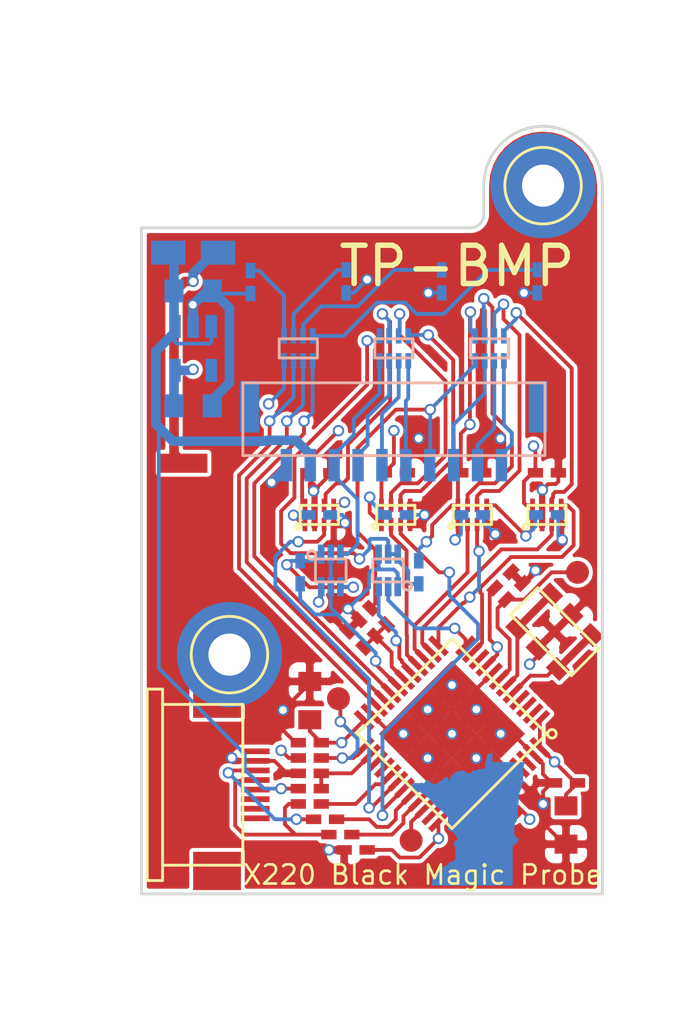
<source format=kicad_pcb>
(kicad_pcb (version 4) (host pcbnew 4.0.5-e0-6337~49~ubuntu14.04.1)
  (layers (0 F.Cu signal) (1 In1.Cu signal) (2 In2.Cu signal) (31 B.Cu signal) (34 B.Paste user) (35 F.Paste user) (36 B.SilkS user) (37 F.SilkS user) (38 B.Mask user) (39 F.Mask user) (44 Edge.Cuts user))
  (net 0 "")
  (net 1 +5V)
  (net 2 GND)
  (net 3 +3V3)
  (net 4 /xTPWR)
  (net 5 /nRST)
  (net 6 "Net-(C18-Pad2)")
  (net 7 "Net-(D1-Pad2)")
  (net 8 "Net-(D2-Pad2)")
  (net 9 "Net-(D3-Pad2)")
  (net 10 "Net-(D4-Pad2)")
  (net 11 "Net-(F1-Pad1)")
  (net 12 /TPWR)
  (net 13 /RST)
  (net 14 /TDI)
  (net 15 /TDO)
  (net 16 /TCK)
  (net 17 /TMS)
  (net 18 /TXD)
  (net 19 /RXD)
  (net 20 /iRST)
  (net 21 /iRST_SENSE)
  (net 22 /xRST)
  (net 23 "Net-(Q2-Pad1)")
  (net 24 /PWR_BR)
  (net 25 /VBUS)
  (net 26 "Net-(R5-Pad1)")
  (net 27 /USB-)
  (net 28 /USB+)
  (net 29 "Net-(R8-Pad1)")
  (net 30 /LED2)
  (net 31 /LED1)
  (net 32 /LED0)
  (net 33 /xTDI)
  (net 34 /xTDO)
  (net 35 /xTCK)
  (net 36 /xTMS)
  (net 37 /xTXD)
  (net 38 /xRXD)
  (net 39 /iTXD)
  (net 40 /iTDI)
  (net 41 /iTCK)
  (net 42 /iRXD)
  (net 43 /iTDO)
  (net 44 /iTMS)
  (net 45 /iTMS_DIR)
  (net 46 "Net-(U6-Pad2)")
  (net 47 "Net-(U6-Pad3)")
  (net 48 "Net-(U6-Pad4)")
  (net 49 "Net-(U6-Pad5)")
  (net 50 "Net-(U6-Pad6)")
  (net 51 "Net-(U6-Pad10)")
  (net 52 "Net-(U6-Pad27)")
  (net 53 "Net-(U6-Pad28)")
  (net 54 /SWDIO)
  (net 55 /SWCLK)
  (net 56 "Net-(U6-Pad38)")
  (net 57 /TRACESW0)
  (net 58 "Net-(U6-Pad43)")
  (net 59 "Net-(U6-Pad45)")
  (net 60 "Net-(U6-Pad46)")
  (net 61 "Net-(P1-Pad8)")
  (net 62 "Net-(P1-Pad7)")
  (net 63 "Net-(P1-Pad6)")
  (net 64 "Net-(P1-Pad5)")
  (net 65 "Net-(P1-Pad4)")
  (net 66 "Net-(P1-Pad3)")
  (net 67 "Net-(P1-Pad1)")
  (module KiCad_Footprints:ZF_XTAL_PBRV_M (layer F.Cu) (at 131.8 128.1 135)
    (fp_text reference Y1 hide)
    (fp_text value "8 MHz" hide)
    (pad 1 smd rect (at -1.5 0 135) (size 0.4 1.7) (layers F.Cu F.Paste F.Mask) (net 49 "Net-(U6-Pad5)"))
    (pad 2 smd rect (at 0 0 135) (size 0.4 1.7) (layers F.Cu F.Paste F.Mask) (net 2 GND))
    (pad 3 smd rect (at 1.5 0 135) (size 0.4 1.7) (layers F.Cu F.Paste F.Mask) (net 50 "Net-(U6-Pad6)"))
    (pad 1 smd rect (at -1.5 1.25 135) (size 1 0.8) (layers F.Cu F.Paste F.Mask) (net 49 "Net-(U6-Pad5)"))
    (pad 2 smd rect (at 0 1.25 135) (size 1 0.8) (layers F.Cu F.Paste F.Mask) (net 2 GND))
    (pad 3 smd rect (at 1.5 1.25 135) (size 1 0.8) (layers F.Cu F.Paste F.Mask) (net 50 "Net-(U6-Pad6)"))
    (pad 3 smd rect (at 1.5 -1.25 135) (size 1 0.8) (layers F.Cu F.Paste F.Mask) (net 50 "Net-(U6-Pad6)"))
    (pad 2 smd rect (at 0 -1.25 135) (size 1 0.8) (layers F.Cu F.Paste F.Mask) (net 2 GND))
    (pad 1 smd rect (at -1.5 -1.25 135) (size 1 0.8) (layers F.Cu F.Paste F.Mask) (net 49 "Net-(U6-Pad5)"))
  )
  (module KiCad_Footprints:ZF_CONN_JST_GH_10POS (layer B.Cu) (at 123.4 117.8 90)
    (fp_text reference P2)
    (fp_text value "JST GH 10-pos" hide)
    (pad 3 smd rect (at -1.6 -3.125) (size 0.6 1.7) (layers B.Cu B.Paste B.Mask) (net 13 /RST))
    (pad 4 smd rect (at -1.6 -1.875) (size 0.6 1.7) (layers B.Cu B.Paste B.Mask) (net 18 /TXD))
    (pad 2 smd rect (at -1.6 -4.375) (size 0.6 1.7) (layers B.Cu B.Paste B.Mask) (net 1 +5V))
    (pad 1 smd rect (at -1.6 -5.625) (size 0.6 1.7) (layers B.Cu B.Paste B.Mask) (net 2 GND))
    (pad "" smd rect (at 1.45 7.55) (size 1 2.7) (layers B.Cu B.Paste B.Mask))
    (pad "" smd rect (at 1.45 -7.55) (size 1 2.7) (layers B.Cu B.Paste B.Mask))
    (pad 5 smd rect (at -1.6 -0.625 90) (size 1.7 0.6) (layers B.Cu B.Paste B.Mask) (net 15 /TDO))
    (pad 6 smd rect (at -1.6 0.625 90) (size 1.7 0.6) (layers B.Cu B.Paste B.Mask) (net 19 /RXD))
    (pad 7 smd rect (at -1.6 1.875 90) (size 1.7 0.6) (layers B.Cu B.Paste B.Mask) (net 12 /TPWR))
    (pad 8 smd rect (at -1.6 3.125 90) (size 1.7 0.6) (layers B.Cu B.Paste B.Mask) (net 16 /TCK))
    (pad 9 smd rect (at -1.6 4.375 90) (size 1.7 0.6) (layers B.Cu B.Paste B.Mask) (net 14 /TDI))
    (pad 10 smd rect (at -1.6 5.625 90) (size 1.7 0.6) (layers B.Cu B.Paste B.Mask) (net 17 /TMS))
  )
  (module KiCad_Footprints:ZF_SMD_SOT-563 (layer B.Cu) (at 120.1 124.9)
    (fp_text reference Q2 hide)
    (fp_text value DMG1023UV-7)
    (pad 1 smd rect (at -0.5 -0.85) (size 0.35 1) (layers B.Cu B.Paste B.Mask) (net 23 "Net-(Q2-Pad1)"))
    (pad 2 smd rect (at 0 -0.85) (size 0.35 1) (layers B.Cu B.Paste B.Mask) (net 24 /PWR_BR))
    (pad 3 smd rect (at 0.5 -0.85) (size 0.35 1) (layers B.Cu B.Paste B.Mask) (net 13 /RST))
    (pad 4 smd rect (at 0.5 0.85) (size 0.35 1) (layers B.Cu B.Paste B.Mask) (net 23 "Net-(Q2-Pad1)"))
    (pad 5 smd rect (at 0 0.85) (size 0.35 1) (layers B.Cu B.Paste B.Mask) (net 24 /PWR_BR))
    (pad 6 smd rect (at -0.5 0.85) (size 0.35 1) (layers B.Cu B.Paste B.Mask) (net 3 +3V3))
  )
  (module KiCad_Footprints:ZF_IC_UFQFPN48 (layer F.Cu) (at 126.436804 133.435978 135)
    (fp_text reference U6)
    (fp_text value STM32F103CBUx hide)
    (pad 1 smd rect (at -2.75 3.75 135) (size 0.3 1.25) (layers F.Cu F.Paste F.Mask) (net 3 +3V3))
    (pad 2 smd rect (at -2.25 3.75 135) (size 0.3 1.25) (layers F.Cu F.Paste F.Mask) (net 46 "Net-(U6-Pad2)"))
    (pad 3 smd rect (at -1.75 3.75 135) (size 0.3 1.25) (layers F.Cu F.Paste F.Mask) (net 47 "Net-(U6-Pad3)"))
    (pad 4 smd rect (at -1.25 3.75 135) (size 0.3 1.25) (layers F.Cu F.Paste F.Mask) (net 48 "Net-(U6-Pad4)"))
    (pad 5 smd rect (at -0.75 3.75 135) (size 0.3 1.25) (layers F.Cu F.Paste F.Mask) (net 49 "Net-(U6-Pad5)"))
    (pad 6 smd rect (at -0.25 3.75 135) (size 0.3 1.25) (layers F.Cu F.Paste F.Mask) (net 50 "Net-(U6-Pad6)"))
    (pad 7 smd rect (at 0.25 3.75 135) (size 0.3 1.25) (layers F.Cu F.Paste F.Mask) (net 5 /nRST))
    (pad 8 smd rect (at 0.75 3.75 135) (size 0.3 1.25) (layers F.Cu F.Paste F.Mask) (net 2 GND))
    (pad 9 smd rect (at 1.25 3.75 135) (size 0.3 1.25) (layers F.Cu F.Paste F.Mask) (net 3 +3V3))
    (pad 10 smd rect (at 1.75 3.75 135) (size 0.3 1.25) (layers F.Cu F.Paste F.Mask) (net 51 "Net-(U6-Pad10)"))
    (pad 11 smd rect (at 2.25 3.75 135) (size 0.3 1.25) (layers F.Cu F.Paste F.Mask) (net 45 /iTMS_DIR))
    (pad 12 smd rect (at 2.75 3.75 135) (size 0.3 1.25) (layers F.Cu F.Paste F.Mask) (net 20 /iRST))
    (pad 13 smd rect (at 3.75 2.75 225) (size 0.3 1.25) (layers F.Cu F.Paste F.Mask) (net 40 /iTDI))
    (pad 14 smd rect (at 3.75 2.25 225) (size 0.3 1.25) (layers F.Cu F.Paste F.Mask) (net 44 /iTMS))
    (pad 15 smd rect (at 3.75 1.75 225) (size 0.3 1.25) (layers F.Cu F.Paste F.Mask) (net 41 /iTCK))
    (pad 16 smd rect (at 3.75 1.25 225) (size 0.3 1.25) (layers F.Cu F.Paste F.Mask) (net 43 /iTDO))
    (pad 17 smd rect (at 3.75 0.75 225) (size 0.3 1.25) (layers F.Cu F.Paste F.Mask) (net 21 /iRST_SENSE))
    (pad 18 smd rect (at 3.75 0.25 225) (size 0.3 1.25) (layers F.Cu F.Paste F.Mask) (net 6 "Net-(C18-Pad2)"))
    (pad 19 smd rect (at 3.75 -0.25 225) (size 0.3 1.25) (layers F.Cu F.Paste F.Mask) (net 24 /PWR_BR))
    (pad 20 smd rect (at 3.75 -0.75 225) (size 0.3 1.25) (layers F.Cu F.Paste F.Mask) (net 32 /LED0))
    (pad 21 smd rect (at 3.75 -1.25 225) (size 0.3 1.25) (layers F.Cu F.Paste F.Mask) (net 31 /LED1))
    (pad 22 smd rect (at 3.75 -1.75 225) (size 0.3 1.25) (layers F.Cu F.Paste F.Mask) (net 30 /LED2))
    (pad 23 smd rect (at 3.75 -2.25 225) (size 0.3 1.25) (layers F.Cu F.Paste F.Mask) (net 2 GND))
    (pad 24 smd rect (at 3.75 -2.75 225) (size 0.3 1.25) (layers F.Cu F.Paste F.Mask) (net 3 +3V3))
    (pad 25 smd rect (at 2.75 -3.75 315) (size 0.3 1.25) (layers F.Cu F.Paste F.Mask) (net 29 "Net-(R8-Pad1)"))
    (pad 26 smd rect (at 2.25 -3.75 315) (size 0.3 1.25) (layers F.Cu F.Paste F.Mask) (net 25 /VBUS))
    (pad 27 smd rect (at 1.75 -3.75 315) (size 0.3 1.25) (layers F.Cu F.Paste F.Mask) (net 52 "Net-(U6-Pad27)"))
    (pad 28 smd rect (at 1.25 -3.75 315) (size 0.3 1.25) (layers F.Cu F.Paste F.Mask) (net 53 "Net-(U6-Pad28)"))
    (pad 29 smd rect (at 0.75 -3.75 315) (size 0.3 1.25) (layers F.Cu F.Paste F.Mask) (net 26 "Net-(R5-Pad1)"))
    (pad 30 smd rect (at 0.25 -3.75 315) (size 0.3 1.25) (layers F.Cu F.Paste F.Mask) (net 39 /iTXD))
    (pad 31 smd rect (at -0.25 -3.75 315) (size 0.3 1.25) (layers F.Cu F.Paste F.Mask) (net 42 /iRXD))
    (pad 32 smd rect (at -0.75 -3.75 315) (size 0.3 1.25) (layers F.Cu F.Paste F.Mask) (net 27 /USB-))
    (pad 33 smd rect (at -1.25 -3.75 315) (size 0.3 1.25) (layers F.Cu F.Paste F.Mask) (net 28 /USB+))
    (pad 34 smd rect (at -1.75 -3.75 315) (size 0.3 1.25) (layers F.Cu F.Paste F.Mask) (net 54 /SWDIO))
    (pad 35 smd rect (at -2.25 -3.75 315) (size 0.3 1.25) (layers F.Cu F.Paste F.Mask) (net 2 GND))
    (pad 36 smd rect (at -2.75 -3.75 315) (size 0.3 1.25) (layers F.Cu F.Paste F.Mask) (net 3 +3V3))
    (pad 37 smd rect (at -3.75 -2.75 225) (size 0.3 1.25) (layers F.Cu F.Paste F.Mask) (net 55 /SWCLK))
    (pad 38 smd rect (at -3.75 -2.25 225) (size 0.3 1.25) (layers F.Cu F.Paste F.Mask) (net 56 "Net-(U6-Pad38)"))
    (pad 39 smd rect (at -3.75 -1.75 225) (size 0.3 1.25) (layers F.Cu F.Paste F.Mask) (net 57 /TRACESW0))
    (pad 40 smd rect (at -3.75 -1.25 225) (size 0.3 1.25) (layers F.Cu F.Paste F.Mask) (net 3 +3V3))
    (pad 41 smd rect (at -3.75 -0.75 225) (size 0.3 1.25) (layers F.Cu F.Paste F.Mask) (net 3 +3V3))
    (pad 42 smd rect (at -3.75 -0.25 225) (size 0.3 1.25) (layers F.Cu F.Paste F.Mask) (net 3 +3V3))
    (pad 43 smd rect (at -3.75 0.25 225) (size 0.3 1.25) (layers F.Cu F.Paste F.Mask) (net 58 "Net-(U6-Pad43)"))
    (pad 44 smd rect (at -3.75 0.75 225) (size 0.3 1.25) (layers F.Cu F.Paste F.Mask) (net 2 GND))
    (pad 45 smd rect (at -3.75 1.25 225) (size 0.3 1.25) (layers F.Cu F.Paste F.Mask) (net 59 "Net-(U6-Pad45)"))
    (pad 46 smd rect (at -3.75 1.75 225) (size 0.3 1.25) (layers F.Cu F.Paste F.Mask) (net 60 "Net-(U6-Pad46)"))
    (pad 47 smd rect (at -3.75 2.25 225) (size 0.3 1.25) (layers F.Cu F.Paste F.Mask) (net 2 GND))
    (pad 48 smd rect (at -3.75 2.75 225) (size 0.3 1.25) (layers F.Cu F.Paste F.Mask) (net 3 +3V3))
    (pad 49 smd rect (at 1.8 1.8 135) (size 1.8 1.8) (layers F.Cu F.Paste F.Mask) (net 2 GND))
    (pad 49 smd rect (at -1.8 1.8 135) (size 1.8 1.8) (layers F.Cu F.Paste F.Mask) (net 2 GND))
    (pad 49 smd rect (at -1.8 -1.8 135) (size 1.8 1.8) (layers F.Cu F.Paste F.Mask) (net 2 GND))
    (pad 49 smd rect (at 1.8 -1.8 135) (size 1.8 1.8) (layers F.Cu F.Paste F.Mask) (net 2 GND))
    (pad 49 smd rect (at 0 1.8 135) (size 1.8 1.8) (layers F.Cu F.Paste F.Mask) (net 2 GND))
    (pad 49 smd rect (at 0 0 135) (size 1.8 1.8) (layers F.Cu F.Paste F.Mask) (net 2 GND))
    (pad 49 smd rect (at 1.8 0 135) (size 1.8 1.8) (layers F.Cu F.Paste F.Mask) (net 2 GND))
    (pad 49 smd rect (at 0 -1.8 135) (size 1.8 1.8) (layers F.Cu F.Paste F.Mask) (net 2 GND))
    (pad 49 smd rect (at -1.8 0 135) (size 1.8 1.8) (layers F.Cu F.Paste F.Mask) (net 2 GND))
  )
  (module KiCad_Footprints:ZF_RN_4iso_CTS-0804 (layer B.Cu) (at 118.4 113.3 90)
    (fp_text reference RN1)
    (fp_text value 330 hide)
    (pad 1 smd rect (at -0.65 -0.75) (size 0.3 0.8) (layers B.Cu B.Paste B.Mask) (net 3 +3V3))
    (pad 2 smd rect (at -0.65 -0.25) (size 0.3 0.8) (layers B.Cu B.Paste B.Mask) (net 30 /LED2))
    (pad 3 smd rect (at -0.65 0.25) (size 0.3 0.8) (layers B.Cu B.Paste B.Mask) (net 31 /LED1))
    (pad 4 smd rect (at -0.65 0.75) (size 0.3 0.8) (layers B.Cu B.Paste B.Mask) (net 32 /LED0))
    (pad 5 smd rect (at 0.65 0.75) (size 0.3 0.8) (layers B.Cu B.Paste B.Mask) (net 10 "Net-(D4-Pad2)"))
    (pad 6 smd rect (at 0.65 0.25) (size 0.3 0.8) (layers B.Cu B.Paste B.Mask) (net 9 "Net-(D3-Pad2)"))
    (pad 7 smd rect (at 0.65 -0.25) (size 0.3 0.8) (layers B.Cu B.Paste B.Mask) (net 8 "Net-(D2-Pad2)"))
    (pad 8 smd rect (at 0.65 -0.75) (size 0.3 0.8) (layers B.Cu B.Paste B.Mask) (net 7 "Net-(D1-Pad2)"))
  )
  (module KiCad_Footprints:ZF_STRUCT_2-2_HOLE (layer F.Cu) (at 131.2 104.8)
    (fp_text reference REF** hide)
    (fp_text value ZF_STRUCT_2-2_HOLE hide)
    (pad 1 thru_hole circle (at 0 0) (size 4 4) (drill 2.2) (layers *.Cu *.Mask) (net 2 GND))
    (pad 1 smd circle (at 0 0) (size 5.5 5.5) (layers B.Cu B.Mask))
  )
  (module KiCad_Footprints:ZF_SMD_NonPol_0603 (layer B.Cu) (at 112.9 110.3)
    (fp_text reference C1)
    (fp_text value C hide)
    (pad 1 smd rect (at -1 0) (size 1 1.2) (layers B.Cu B.Paste B.Mask) (net 1 +5V))
    (pad 2 smd rect (at 1 0) (size 1 1.2) (layers B.Cu B.Paste B.Mask) (net 2 GND))
  )
  (module KiCad_Footprints:ZF_SMD_NonPol_0603 (layer B.Cu) (at 112.9 116.3)
    (fp_text reference C2)
    (fp_text value C hide)
    (pad 1 smd rect (at -1 0) (size 1 1.2) (layers B.Cu B.Paste B.Mask) (net 3 +3V3))
    (pad 2 smd rect (at 1 0) (size 1 1.2) (layers B.Cu B.Paste B.Mask) (net 2 GND))
  )
  (module KiCad_Footprints:ZF_SMD_NonPol_0402_cap (layer B.Cu) (at 119.5 122)
    (fp_text reference C3)
    (fp_text value 100n hide)
    (pad 1 smd rect (at -0.6 0) (size 0.8 0.5) (layers B.Cu B.Paste B.Mask) (net 3 +3V3))
    (pad 2 smd rect (at 0.6 0) (size 0.8 0.5) (layers B.Cu B.Paste B.Mask) (net 2 GND))
  )
  (module KiCad_Footprints:ZF_SMD_NonPol_0402_cap (layer B.Cu) (at 127.5 122)
    (fp_text reference C4)
    (fp_text value 100n hide)
    (pad 1 smd rect (at -0.6 0) (size 0.8 0.5) (layers B.Cu B.Paste B.Mask) (net 3 +3V3))
    (pad 2 smd rect (at 0.6 0) (size 0.8 0.5) (layers B.Cu B.Paste B.Mask) (net 2 GND))
  )
  (module KiCad_Footprints:ZF_SMD_NonPol_0402_cap (layer B.Cu) (at 123.5 122)
    (fp_text reference C5)
    (fp_text value 100n hide)
    (pad 1 smd rect (at -0.6 0) (size 0.8 0.5) (layers B.Cu B.Paste B.Mask) (net 3 +3V3))
    (pad 2 smd rect (at 0.6 0) (size 0.8 0.5) (layers B.Cu B.Paste B.Mask) (net 2 GND))
  )
  (module KiCad_Footprints:ZF_SMD_NonPol_0402_cap (layer B.Cu) (at 131.4 122)
    (fp_text reference C6)
    (fp_text value 100n hide)
    (pad 1 smd rect (at -0.6 0) (size 0.8 0.5) (layers B.Cu B.Paste B.Mask) (net 3 +3V3))
    (pad 2 smd rect (at 0.6 0) (size 0.8 0.5) (layers B.Cu B.Paste B.Mask) (net 2 GND))
  )
  (module KiCad_Footprints:ZF_SMD_NonPol_0402_cap (layer F.Cu) (at 119.5 119.8)
    (fp_text reference C7)
    (fp_text value 100n hide)
    (pad 1 smd rect (at -0.6 0) (size 0.8 0.5) (layers F.Cu F.Paste F.Mask) (net 4 /xTPWR))
    (pad 2 smd rect (at 0.6 0) (size 0.8 0.5) (layers F.Cu F.Paste F.Mask) (net 2 GND))
  )
  (module KiCad_Footprints:ZF_SMD_NonPol_0402_cap (layer F.Cu) (at 127.5 119.8)
    (fp_text reference C8)
    (fp_text value 100n hide)
    (pad 1 smd rect (at -0.6 0) (size 0.8 0.5) (layers F.Cu F.Paste F.Mask) (net 4 /xTPWR))
    (pad 2 smd rect (at 0.6 0) (size 0.8 0.5) (layers F.Cu F.Paste F.Mask) (net 2 GND))
  )
  (module KiCad_Footprints:ZF_SMD_NonPol_0402_cap (layer F.Cu) (at 123.5 119.8)
    (fp_text reference C9)
    (fp_text value 100n hide)
    (pad 1 smd rect (at -0.6 0) (size 0.8 0.5) (layers F.Cu F.Paste F.Mask) (net 4 /xTPWR))
    (pad 2 smd rect (at 0.6 0) (size 0.8 0.5) (layers F.Cu F.Paste F.Mask) (net 2 GND))
  )
  (module KiCad_Footprints:ZF_SMD_NonPol_0402_cap (layer F.Cu) (at 131.4 119.8)
    (fp_text reference C10)
    (fp_text value 100n hide)
    (pad 1 smd rect (at -0.6 0) (size 0.8 0.5) (layers F.Cu F.Paste F.Mask) (net 4 /xTPWR))
    (pad 2 smd rect (at 0.6 0) (size 0.8 0.5) (layers F.Cu F.Paste F.Mask) (net 2 GND))
  )
  (module KiCad_Footprints:ZF_SMD_NonPol_0402_cap (layer F.Cu) (at 129.7 126 225)
    (fp_text reference C11)
    (fp_text value 100n hide)
    (pad 1 smd rect (at -0.6 0 225) (size 0.8 0.5) (layers F.Cu F.Paste F.Mask) (net 2 GND))
    (pad 2 smd rect (at 0.6 0 225) (size 0.8 0.5) (layers F.Cu F.Paste F.Mask) (net 5 /nRST))
  )
  (module KiCad_Footprints:ZF_SMD_NonPol_0402_cap (layer F.Cu) (at 119 133.9)
    (fp_text reference C12)
    (fp_text value 100n hide)
    (pad 1 smd rect (at -0.6 0) (size 0.8 0.5) (layers F.Cu F.Paste F.Mask) (net 2 GND))
    (pad 2 smd rect (at 0.6 0) (size 0.8 0.5) (layers F.Cu F.Paste F.Mask) (net 3 +3V3))
  )
  (module KiCad_Footprints:ZF_SMD_NonPol_0402_cap (layer F.Cu) (at 121.4 139.5)
    (fp_text reference C13)
    (fp_text value 100n hide)
    (pad 1 smd rect (at -0.6 0) (size 0.8 0.5) (layers F.Cu F.Paste F.Mask) (net 2 GND))
    (pad 2 smd rect (at 0.6 0) (size 0.8 0.5) (layers F.Cu F.Paste F.Mask) (net 3 +3V3))
  )
  (module KiCad_Footprints:ZF_SMD_NonPol_0603 (layer F.Cu) (at 132.4 138.2 90)
    (fp_text reference C14)
    (fp_text value 4u7 hide)
    (pad 1 smd rect (at -1 0 90) (size 1 1.2) (layers F.Cu F.Paste F.Mask) (net 2 GND))
    (pad 2 smd rect (at 1 0 90) (size 1 1.2) (layers F.Cu F.Paste F.Mask) (net 3 +3V3))
  )
  (module KiCad_Footprints:ZF_SMD_NonPol_0402_cap (layer F.Cu) (at 132.4 136)
    (fp_text reference C15)
    (fp_text value 100n hide)
    (pad 1 smd rect (at -0.6 0) (size 0.8 0.5) (layers F.Cu F.Paste F.Mask) (net 2 GND))
    (pad 2 smd rect (at 0.6 0) (size 0.8 0.5) (layers F.Cu F.Paste F.Mask) (net 3 +3V3))
  )
  (module KiCad_Footprints:ZF_SMD_NonPol_0603 (layer F.Cu) (at 119 131.7 270)
    (fp_text reference C16)
    (fp_text value 1u hide)
    (pad 1 smd rect (at -1 0 270) (size 1 1.2) (layers F.Cu F.Paste F.Mask) (net 2 GND))
    (pad 2 smd rect (at 1 0 270) (size 1 1.2) (layers F.Cu F.Paste F.Mask) (net 3 +3V3))
  )
  (module KiCad_Footprints:ZF_SMD_NonPol_0402_cap (layer F.Cu) (at 129.1 125.4 225)
    (fp_text reference C17)
    (fp_text value 100n hide)
    (pad 1 smd rect (at -0.6 0 225) (size 0.8 0.5) (layers F.Cu F.Paste F.Mask) (net 2 GND))
    (pad 2 smd rect (at 0.6 0 225) (size 0.8 0.5) (layers F.Cu F.Paste F.Mask) (net 3 +3V3))
  )
  (module KiCad_Footprints:ZF_SMD_NonPol_0402_cap (layer F.Cu) (at 122 127.9 315)
    (fp_text reference C18)
    (fp_text value 100n hide)
    (pad 1 smd rect (at -0.6 0 315) (size 0.8 0.5) (layers F.Cu F.Paste F.Mask) (net 2 GND))
    (pad 2 smd rect (at 0.6 0 315) (size 0.8 0.5) (layers F.Cu F.Paste F.Mask) (net 6 "Net-(C18-Pad2)"))
  )
  (module KiCad_Footprints:ZF_SMD_NonPol_0402 (layer B.Cu) (at 115.9 109.835348 90)
    (fp_text reference D1)
    (fp_text value GREEN hide)
    (pad 1 smd rect (at -0.6 0 90) (size 0.8 0.5) (layers B.Cu B.Paste B.Mask) (net 2 GND))
    (pad 2 smd rect (at 0.6 0 90) (size 0.8 0.5) (layers B.Cu B.Paste B.Mask) (net 7 "Net-(D1-Pad2)"))
  )
  (module KiCad_Footprints:ZF_SMD_NonPol_0402 (layer B.Cu) (at 120.9 109.8 90)
    (fp_text reference D2)
    (fp_text value RED hide)
    (pad 1 smd rect (at -0.6 0 90) (size 0.8 0.5) (layers B.Cu B.Paste B.Mask) (net 2 GND))
    (pad 2 smd rect (at 0.6 0 90) (size 0.8 0.5) (layers B.Cu B.Paste B.Mask) (net 8 "Net-(D2-Pad2)"))
  )
  (module KiCad_Footprints:ZF_SMD_NonPol_0402 (layer B.Cu) (at 125.9 109.8 90)
    (fp_text reference D3)
    (fp_text value ORANGE hide)
    (pad 1 smd rect (at -0.6 0 90) (size 0.8 0.5) (layers B.Cu B.Paste B.Mask) (net 2 GND))
    (pad 2 smd rect (at 0.6 0 90) (size 0.8 0.5) (layers B.Cu B.Paste B.Mask) (net 9 "Net-(D3-Pad2)"))
  )
  (module KiCad_Footprints:ZF_SMD_NonPol_0402 (layer B.Cu) (at 130.9 109.8 90)
    (fp_text reference D4)
    (fp_text value YELLOW hide)
    (pad 1 smd rect (at -0.6 0 90) (size 0.8 0.5) (layers B.Cu B.Paste B.Mask) (net 2 GND))
    (pad 2 smd rect (at 0.6 0 90) (size 0.8 0.5) (layers B.Cu B.Paste B.Mask) (net 10 "Net-(D4-Pad2)"))
  )
  (module KiCad_Footprints:ZF_SMD_nonpol_1206 (layer B.Cu) (at 112.9 108.3 180)
    (fp_text reference F1)
    (fp_text value Polyfuse hide)
    (pad 1 smd rect (at -1.3 0 180) (size 1.8 1.25) (layers B.Cu B.Paste B.Mask) (net 11 "Net-(F1-Pad1)"))
    (pad 2 smd rect (at 1.3 0 180) (size 1.8 1.25) (layers B.Cu B.Paste B.Mask) (net 1 +5V))
  )
  (module KiCad_Footprints:ZF_SMD_NonPol_0402 (layer B.Cu) (at 124.7 125 270)
    (fp_text reference R1)
    (fp_text value 10k hide)
    (pad 1 smd rect (at -0.6 0 270) (size 0.8 0.5) (layers B.Cu B.Paste B.Mask) (net 4 /xTPWR))
    (pad 2 smd rect (at 0.6 0 270) (size 0.8 0.5) (layers B.Cu B.Paste B.Mask) (net 22 /xRST))
  )
  (module KiCad_Footprints:ZF_SMD_NonPol_0402 (layer F.Cu) (at 119 136.3 180)
    (fp_text reference R2)
    (fp_text value 4k7 hide)
    (pad 1 smd rect (at -0.6 0 180) (size 0.8 0.5) (layers F.Cu F.Paste F.Mask) (net 25 /VBUS))
    (pad 2 smd rect (at 0.6 0 180) (size 0.8 0.5) (layers F.Cu F.Paste F.Mask) (net 1 +5V))
  )
  (module KiCad_Footprints:ZF_SMD_NonPol_0402 (layer F.Cu) (at 119 135.5)
    (fp_text reference R3)
    (fp_text value 10k hide)
    (pad 1 smd rect (at -0.6 0) (size 0.8 0.5) (layers F.Cu F.Paste F.Mask) (net 2 GND))
    (pad 2 smd rect (at 0.6 0) (size 0.8 0.5) (layers F.Cu F.Paste F.Mask) (net 25 /VBUS))
  )
  (module KiCad_Footprints:ZF_SMD_NonPol_0402 (layer B.Cu) (at 118.5 125 270)
    (fp_text reference R4)
    (fp_text value 10k hide)
    (pad 1 smd rect (at -0.6 0 270) (size 0.8 0.5) (layers B.Cu B.Paste B.Mask) (net 23 "Net-(Q2-Pad1)"))
    (pad 2 smd rect (at 0.6 0 270) (size 0.8 0.5) (layers B.Cu B.Paste B.Mask) (net 24 /PWR_BR))
  )
  (module KiCad_Footprints:ZF_SMD_NonPol_0402 (layer F.Cu) (at 119 137.1 180)
    (fp_text reference R5)
    (fp_text value 1k5 hide)
    (pad 1 smd rect (at -0.6 0 180) (size 0.8 0.5) (layers F.Cu F.Paste F.Mask) (net 26 "Net-(R5-Pad1)"))
    (pad 2 smd rect (at 0.6 0 180) (size 0.8 0.5) (layers F.Cu F.Paste F.Mask) (net 65 "Net-(P1-Pad4)"))
  )
  (module KiCad_Footprints:ZF_SMD_NonPol_0402 (layer F.Cu) (at 119.8 137.9 180)
    (fp_text reference R6)
    (fp_text value 22 hide)
    (pad 1 smd rect (at -0.6 0 180) (size 0.8 0.5) (layers F.Cu F.Paste F.Mask) (net 27 /USB-))
    (pad 2 smd rect (at 0.6 0 180) (size 0.8 0.5) (layers F.Cu F.Paste F.Mask) (net 66 "Net-(P1-Pad3)"))
  )
  (module KiCad_Footprints:ZF_SMD_NonPol_0402 (layer F.Cu) (at 120.6 138.7 180)
    (fp_text reference R7)
    (fp_text value 22 hide)
    (pad 1 smd rect (at -0.6 0 180) (size 0.8 0.5) (layers F.Cu F.Paste F.Mask) (net 28 /USB+))
    (pad 2 smd rect (at 0.6 0 180) (size 0.8 0.5) (layers F.Cu F.Paste F.Mask) (net 65 "Net-(P1-Pad4)"))
  )
  (module KiCad_Footprints:ZF_SMD_NonPol_0402 (layer F.Cu) (at 119 134.7 180)
    (fp_text reference R8)
    (fp_text value 10k hide)
    (pad 1 smd rect (at -0.6 0 180) (size 0.8 0.5) (layers F.Cu F.Paste F.Mask) (net 29 "Net-(R8-Pad1)"))
    (pad 2 smd rect (at 0.6 0 180) (size 0.8 0.5) (layers F.Cu F.Paste F.Mask) (net 3 +3V3))
  )
  (module KiCad_Footprints:ZF_SMD_NonPol_0402 (layer F.Cu) (at 122.6 127.3 135)
    (fp_text reference R9)
    (fp_text value 4k7 hide)
    (pad 1 smd rect (at -0.6 0 135) (size 0.8 0.5) (layers F.Cu F.Paste F.Mask) (net 6 "Net-(C18-Pad2)"))
    (pad 2 smd rect (at 0.6 0 135) (size 0.8 0.5) (layers F.Cu F.Paste F.Mask) (net 12 /TPWR))
  )
  (module KiCad_Footprints:ZF_SMD_NonPol_0402 (layer F.Cu) (at 121.4 128.5 315)
    (fp_text reference R10)
    (fp_text value 10k hide)
    (pad 1 smd rect (at -0.6 0 315) (size 0.8 0.5) (layers F.Cu F.Paste F.Mask) (net 2 GND))
    (pad 2 smd rect (at 0.6 0 315) (size 0.8 0.5) (layers F.Cu F.Paste F.Mask) (net 6 "Net-(C18-Pad2)"))
  )
  (module KiCad_Footprints:ZF_RN_4iso_CTS-0804 (layer B.Cu) (at 123.4 113.3 270)
    (fp_text reference RN2)
    (fp_text value 100 hide)
    (pad 1 smd rect (at -0.65 -0.75 180) (size 0.3 0.8) (layers B.Cu B.Paste B.Mask) (net 38 /xRXD))
    (pad 2 smd rect (at -0.65 -0.25 180) (size 0.3 0.8) (layers B.Cu B.Paste B.Mask) (net 34 /xTDO))
    (pad 3 smd rect (at -0.65 0.25 180) (size 0.3 0.8) (layers B.Cu B.Paste B.Mask) (net 37 /xTXD))
    (pad 4 smd rect (at -0.65 0.75 180) (size 0.3 0.8) (layers B.Cu B.Paste B.Mask) (net 22 /xRST))
    (pad 5 smd rect (at 0.65 0.75 180) (size 0.3 0.8) (layers B.Cu B.Paste B.Mask) (net 13 /RST))
    (pad 6 smd rect (at 0.65 0.25 180) (size 0.3 0.8) (layers B.Cu B.Paste B.Mask) (net 18 /TXD))
    (pad 7 smd rect (at 0.65 -0.25 180) (size 0.3 0.8) (layers B.Cu B.Paste B.Mask) (net 15 /TDO))
    (pad 8 smd rect (at 0.65 -0.75 180) (size 0.3 0.8) (layers B.Cu B.Paste B.Mask) (net 19 /RXD))
  )
  (module KiCad_Footprints:ZF_RN_4iso_CTS-0804 (layer B.Cu) (at 128.4 113.3 270)
    (fp_text reference RN3)
    (fp_text value 100 hide)
    (pad 1 smd rect (at -0.65 -0.75 180) (size 0.3 0.8) (layers B.Cu B.Paste B.Mask) (net 36 /xTMS))
    (pad 2 smd rect (at -0.65 -0.25 180) (size 0.3 0.8) (layers B.Cu B.Paste B.Mask) (net 33 /xTDI))
    (pad 3 smd rect (at -0.65 0.25 180) (size 0.3 0.8) (layers B.Cu B.Paste B.Mask) (net 35 /xTCK))
    (pad 4 smd rect (at -0.65 0.75 180) (size 0.3 0.8) (layers B.Cu B.Paste B.Mask) (net 4 /xTPWR))
    (pad 5 smd rect (at 0.65 0.75 180) (size 0.3 0.8) (layers B.Cu B.Paste B.Mask) (net 12 /TPWR))
    (pad 6 smd rect (at 0.65 0.25 180) (size 0.3 0.8) (layers B.Cu B.Paste B.Mask) (net 16 /TCK))
    (pad 7 smd rect (at 0.65 -0.25 180) (size 0.3 0.8) (layers B.Cu B.Paste B.Mask) (net 14 /TDI))
    (pad 8 smd rect (at 0.65 -0.75 180) (size 0.3 0.8) (layers B.Cu B.Paste B.Mask) (net 17 /TMS))
  )
  (module KiCad_Footprints:ZF_SOT23-5L (layer B.Cu) (at 112.9 113.3)
    (fp_text reference U1)
    (fp_text value TLV70233DBV hide)
    (pad 2 smd rect (at 0 -1.15 180) (size 0.6 1.2) (layers B.Cu B.Paste B.Mask) (net 2 GND))
    (pad 1 smd rect (at -0.95 -1.15 180) (size 0.6 1.2) (layers B.Cu B.Paste B.Mask) (net 1 +5V))
    (pad 3 smd rect (at 0.95 -1.15 180) (size 0.6 1.2) (layers B.Cu B.Paste B.Mask) (net 1 +5V))
    (pad 4 smd rect (at 0.95 1.15 180) (size 0.6 1.2) (layers B.Cu B.Paste B.Mask))
    (pad 5 smd rect (at -0.95 1.15 180) (size 0.6 1.2) (layers B.Cu B.Paste B.Mask) (net 3 +3V3))
  )
  (module KiCad_Footprints:ZF_IC_XSON8 (layer F.Cu) (at 119.5 122)
    (fp_text reference U2 hide)
    (fp_text value 74LVC2T45 hide)
    (pad 1 smd rect (at -0.75 0.5) (size 0.25 0.7) (layers F.Cu F.Paste F.Mask) (net 3 +3V3))
    (pad 2 smd rect (at -0.25 0.5) (size 0.25 0.7) (layers F.Cu F.Paste F.Mask) (net 2 GND))
    (pad 3 smd rect (at 0.25 0.5) (size 0.25 0.7) (layers F.Cu F.Paste F.Mask) (net 39 /iTXD))
    (pad 4 smd rect (at 0.75 0.5) (size 0.25 0.7) (layers F.Cu F.Paste F.Mask) (net 2 GND))
    (pad 5 smd rect (at 0.75 -0.5) (size 0.25 0.7) (layers F.Cu F.Paste F.Mask) (net 3 +3V3))
    (pad 6 smd rect (at 0.25 -0.5) (size 0.25 0.7) (layers F.Cu F.Paste F.Mask) (net 37 /xTXD))
    (pad 7 smd rect (at -0.25 -0.5) (size 0.25 0.7) (layers F.Cu F.Paste F.Mask) (net 2 GND))
    (pad 8 smd rect (at -0.75 -0.5) (size 0.25 0.7) (layers F.Cu F.Paste F.Mask) (net 4 /xTPWR))
  )
  (module KiCad_Footprints:ZF_IC_XSON8 (layer F.Cu) (at 127.5 122)
    (fp_text reference U3 hide)
    (fp_text value 74LVC2T45 hide)
    (pad 1 smd rect (at -0.75 0.5) (size 0.25 0.7) (layers F.Cu F.Paste F.Mask) (net 3 +3V3))
    (pad 2 smd rect (at -0.25 0.5) (size 0.25 0.7) (layers F.Cu F.Paste F.Mask) (net 41 /iTCK))
    (pad 3 smd rect (at 0.25 0.5) (size 0.25 0.7) (layers F.Cu F.Paste F.Mask) (net 40 /iTDI))
    (pad 4 smd rect (at 0.75 0.5) (size 0.25 0.7) (layers F.Cu F.Paste F.Mask) (net 2 GND))
    (pad 5 smd rect (at 0.75 -0.5) (size 0.25 0.7) (layers F.Cu F.Paste F.Mask) (net 3 +3V3))
    (pad 6 smd rect (at 0.25 -0.5) (size 0.25 0.7) (layers F.Cu F.Paste F.Mask) (net 33 /xTDI))
    (pad 7 smd rect (at -0.25 -0.5) (size 0.25 0.7) (layers F.Cu F.Paste F.Mask) (net 35 /xTCK))
    (pad 8 smd rect (at -0.75 -0.5) (size 0.25 0.7) (layers F.Cu F.Paste F.Mask) (net 4 /xTPWR))
  )
  (module KiCad_Footprints:ZF_IC_XSON8 (layer F.Cu) (at 123.5 122)
    (fp_text reference U4 hide)
    (fp_text value 74LVC2T45 hide)
    (pad 1 smd rect (at -0.75 0.5) (size 0.25 0.7) (layers F.Cu F.Paste F.Mask) (net 3 +3V3))
    (pad 2 smd rect (at -0.25 0.5) (size 0.25 0.7) (layers F.Cu F.Paste F.Mask) (net 43 /iTDO))
    (pad 3 smd rect (at 0.25 0.5) (size 0.25 0.7) (layers F.Cu F.Paste F.Mask) (net 42 /iRXD))
    (pad 4 smd rect (at 0.75 0.5) (size 0.25 0.7) (layers F.Cu F.Paste F.Mask) (net 2 GND))
    (pad 5 smd rect (at 0.75 -0.5) (size 0.25 0.7) (layers F.Cu F.Paste F.Mask) (net 2 GND))
    (pad 6 smd rect (at 0.25 -0.5) (size 0.25 0.7) (layers F.Cu F.Paste F.Mask) (net 38 /xRXD))
    (pad 7 smd rect (at -0.25 -0.5) (size 0.25 0.7) (layers F.Cu F.Paste F.Mask) (net 34 /xTDO))
    (pad 8 smd rect (at -0.75 -0.5) (size 0.25 0.7) (layers F.Cu F.Paste F.Mask) (net 4 /xTPWR))
  )
  (module KiCad_Footprints:ZF_IC_XSON8 (layer F.Cu) (at 131.4 122)
    (fp_text reference U5 hide)
    (fp_text value 74LVC2T45 hide)
    (pad 1 smd rect (at -0.75 0.5) (size 0.25 0.7) (layers F.Cu F.Paste F.Mask) (net 3 +3V3))
    (pad 2 smd rect (at -0.25 0.5) (size 0.25 0.7) (layers F.Cu F.Paste F.Mask) (net 2 GND))
    (pad 3 smd rect (at 0.25 0.5) (size 0.25 0.7) (layers F.Cu F.Paste F.Mask) (net 44 /iTMS))
    (pad 4 smd rect (at 0.75 0.5) (size 0.25 0.7) (layers F.Cu F.Paste F.Mask) (net 2 GND))
    (pad 5 smd rect (at 0.75 -0.5) (size 0.25 0.7) (layers F.Cu F.Paste F.Mask) (net 45 /iTMS_DIR))
    (pad 6 smd rect (at 0.25 -0.5) (size 0.25 0.7) (layers F.Cu F.Paste F.Mask) (net 36 /xTMS))
    (pad 7 smd rect (at -0.25 -0.5) (size 0.25 0.7) (layers F.Cu F.Paste F.Mask) (net 2 GND))
    (pad 8 smd rect (at -0.75 -0.5) (size 0.25 0.7) (layers F.Cu F.Paste F.Mask) (net 4 /xTPWR))
  )
  (module KiCad_Footprints:ZF_SMD_SOT-563 (layer B.Cu) (at 123.1 124.9 180)
    (fp_text reference Q1 hide)
    (fp_text value DMG1024UV-7)
    (pad 1 smd rect (at -0.5 -0.85 180) (size 0.35 1) (layers B.Cu B.Paste B.Mask) (net 2 GND))
    (pad 2 smd rect (at 0 -0.85 180) (size 0.35 1) (layers B.Cu B.Paste B.Mask) (net 20 /iRST))
    (pad 3 smd rect (at 0.5 -0.85 180) (size 0.35 1) (layers B.Cu B.Paste B.Mask) (net 21 /iRST_SENSE))
    (pad 4 smd rect (at 0.5 0.85 180) (size 0.35 1) (layers B.Cu B.Paste B.Mask) (net 2 GND))
    (pad 5 smd rect (at 0 0.85 180) (size 0.35 1) (layers B.Cu B.Paste B.Mask) (net 22 /xRST))
    (pad 6 smd rect (at -0.5 0.85 180) (size 0.35 1) (layers B.Cu B.Paste B.Mask) (net 22 /xRST))
  )
  (module KiCad_Footprints:ZF_CONN_FPC_8POS_52745 (layer F.Cu) (at 113.4 136.1 90)
    (fp_text reference P1 hide)
    (fp_text value FPC hide)
    (pad 8 smd rect (at -1.75 2.75 90) (size 0.3 1.5) (layers F.Cu F.Paste F.Mask) (net 61 "Net-(P1-Pad8)"))
    (pad 7 smd rect (at -1.25 2.75 90) (size 0.3 1.5) (layers F.Cu F.Paste F.Mask) (net 62 "Net-(P1-Pad7)"))
    (pad 6 smd rect (at -0.75 2.75 90) (size 0.3 1.5) (layers F.Cu F.Paste F.Mask) (net 63 "Net-(P1-Pad6)"))
    (pad 5 smd rect (at -0.25 2.75 90) (size 0.3 1.5) (layers F.Cu F.Paste F.Mask) (net 64 "Net-(P1-Pad5)"))
    (pad 4 smd rect (at 0.25 2.75 90) (size 0.3 1.5) (layers F.Cu F.Paste F.Mask) (net 65 "Net-(P1-Pad4)"))
    (pad 3 smd rect (at 0.75 2.75 90) (size 0.3 1.5) (layers F.Cu F.Paste F.Mask) (net 66 "Net-(P1-Pad3)"))
    (pad 2 smd rect (at 1.25 2.75 90) (size 0.3 1.5) (layers F.Cu F.Paste F.Mask) (net 2 GND))
    (pad 1 smd rect (at 1.75 2.75 90) (size 0.3 1.5) (layers F.Cu F.Paste F.Mask) (net 67 "Net-(P1-Pad1)"))
    (pad "" smd rect (at -4.5 0.75 90) (size 2 2.5) (layers F.Cu F.Paste F.Mask))
    (pad "" smd rect (at 4.5 0.75 90) (size 2 2.5) (layers F.Cu F.Paste F.Mask))
  )
  (module KiCad_Footprints:ZF_STRUCT_2-2_HOLE (layer F.Cu) (at 114.8 129.3)
    (fp_text reference REF** hide)
    (fp_text value ZF_STRUCT_2-2_HOLE hide)
    (pad 1 thru_hole circle (at 0 0) (size 4 4) (drill 2.2) (layers *.Cu *.Mask) (net 2 GND))
    (pad 1 smd circle (at 0 0) (size 5.5 5.5) (layers B.Cu B.Mask))
  )
  (module KiCad_Footprints:ZF_STRUCT_2.5x1 (layer F.Cu) (at 112.4 119.3 90)
    (fp_text reference W1 hide)
    (fp_text value "SOLDER PAD")
    (pad 1 smd rect (at 0 0 180) (size 2.5 1) (layers F.Cu F.Paste F.Mask) (net 11 "Net-(F1-Pad1)"))
  )
  (module KiCad_Footprints:ZF_LOGO_MN (layer B.Cu) (at 127.1 137.9 180)
    (fp_text reference G*** hide)
    (fp_text value LOGO hide)
    (fp_poly (pts (xy -1.441788 3.456715) (xy -1.430357 3.451566) (xy -1.41543 3.444095) (xy -1.406524 3.439373) (xy -1.370902 3.420112) (xy -1.33421 3.430907) (xy -1.317279 3.435719) (xy -1.303144 3.439427) (xy -1.29398 3.441472) (xy -1.292084 3.441701) (xy -1.286658 3.43945) (xy -1.275796 3.433308) (xy -1.261033 3.424191) (xy -1.243903 3.413017) (xy -1.242484 3.412067) (xy -1.22317 3.399689) (xy -1.206482 3.390106) (xy -1.193894 3.384113) (xy -1.187592 3.382433) (xy -1.180244 3.381876) (xy -1.177422 3.378806) (xy -1.178389 3.371123) (xy -1.180679 3.362738) (xy -1.181543 3.356203) (xy -1.181221 3.345905) (xy -1.179592 3.330966) (xy -1.17654 3.31051) (xy -1.171946 3.283658) (xy -1.165691 3.249533) (xy -1.164673 3.244108) (xy -1.158322 3.210777) (xy -1.153123 3.184706) (xy -1.148796 3.164813) (xy -1.14506 3.150015) (xy -1.141634 3.139228) (xy -1.138237 3.13137) (xy -1.134587 3.125357) (xy -1.133487 3.123862) (xy -1.129709 3.118053) (xy -1.126101 3.110319) (xy -1.122382 3.099633) (xy -1.118268 3.084967) (xy -1.113476 3.065295) (xy -1.107724 3.03959) (xy -1.10073 3.006825) (xy -1.098971 2.998442) (xy -1.088142 2.944079) (xy -1.079949 2.89702) (xy -1.074403 2.85739) (xy -1.071516 2.825312) (xy -1.071301 2.800913) (xy -1.07377 2.784315) (xy -1.077508 2.776929) (xy -1.081253 2.772173) (xy -1.082968 2.767002) (xy -1.082684 2.759244) (xy -1.080435 2.746728) (xy -1.078124 2.735886) (xy -1.071745 2.713807) (xy -1.062432 2.69582) (xy -1.048922 2.680589) (xy -1.029953 2.66678) (xy -1.004261 2.653057) (xy -0.996276 2.649316) (xy -0.979485 2.641076) (xy -0.965772 2.633333) (xy -0.956895 2.62714) (xy -0.954514 2.624343) (xy -0.951365 2.620797) (xy -0.943583 2.617958) (xy -0.929852 2.61549) (xy -0.911152 2.613291) (xy -0.892205 2.611425) (xy -0.879823 2.610676) (xy -0.872151 2.611261) (xy -0.867336 2.613393) (xy -0.863523 2.617289) (xy -0.862189 2.618974) (xy -0.858167 2.623397) (xy -0.85322 2.626274) (xy -0.845575 2.627938) (xy -0.833459 2.628727) (xy -0.815097 2.628976) (xy -0.809272 2.628993) (xy -0.788924 2.628907) (xy -0.774475 2.628189) (xy -0.763362 2.626302) (xy -0.753017 2.622707) (xy -0.740875 2.616865) (xy -0.733704 2.613131) (xy -0.717938 2.604437) (xy -0.707594 2.597093) (xy -0.700393 2.58893) (xy -0.694059 2.577776) (xy -0.691877 2.573294) (xy -0.680463 2.549413) (xy -0.631273 2.546569) (xy -0.611181 2.54536) (xy -0.584974 2.543713) (xy -0.554981 2.541779) (xy -0.523533 2.539708) (xy -0.493184 2.537666) (xy -0.466306 2.535852) (xy -0.442062 2.534253) (xy -0.421808 2.532952) (xy -0.4069 2.532038) (xy -0.398694 2.531597) (xy -0.397766 2.53157) (xy -0.392672 2.52799) (xy -0.385204 2.518373) (xy -0.376591 2.504344) (xy -0.374966 2.501387) (xy -0.358683 2.47124) (xy -0.363158 2.439353) (xy -0.365282 2.423003) (xy -0.365821 2.412798) (xy -0.364512 2.406524) (xy -0.361092 2.401964) (xy -0.358441 2.399576) (xy -0.352271 2.39548) (xy -0.344361 2.393422) (xy -0.332367 2.393073) (xy -0.3175 2.393855) (xy -0.301789 2.394927) (xy -0.280076 2.396406) (xy -0.254808 2.398125) (xy -0.22843 2.399919) (xy -0.218017 2.400626) (xy -0.186525 2.403119) (xy -0.161543 2.405984) (xy -0.141115 2.409517) (xy -0.123286 2.414012) (xy -0.117611 2.415767) (xy -0.101636 2.421124) (xy -0.091264 2.426076) (xy -0.085141 2.43255) (xy -0.081913 2.442473) (xy -0.080227 2.457773) (xy -0.079403 2.47015) (xy -0.078257 2.480204) (xy -0.07503 2.486197) (xy -0.067567 2.490453) (xy -0.05715 2.494152) (xy -0.040266 2.498518) (xy -0.022623 2.501203) (xy -0.016555 2.501561) (xy -0.003736 2.502586) (xy 0.003432 2.505852) (xy 0.007283 2.511578) (xy 0.011574 2.517073) (xy 0.020042 2.522208) (xy 0.034169 2.527716) (xy 0.050072 2.532745) (xy 0.078548 2.5403) (xy 0.1006 2.543804) (xy 0.117234 2.543271) (xy 0.129453 2.538716) (xy 0.135159 2.533977) (xy 0.144794 2.523721) (xy 0.239297 2.526157) (xy 0.3338 2.528592) (xy 0.335175 2.515045) (xy 0.335848 2.51061) (xy 0.337503 2.506725) (xy 0.341086 2.50283) (xy 0.347542 2.498365) (xy 0.357818 2.49277) (xy 0.372858 2.485487) (xy 0.393608 2.475956) (xy 0.421013 2.463617) (xy 0.425449 2.461627) (xy 0.514349 2.421757) (xy 0.551141 2.421612) (xy 0.567901 2.421205) (xy 0.581151 2.420243) (xy 0.588831 2.418903) (xy 0.589887 2.418292) (xy 0.591632 2.412509) (xy 0.593809 2.401504) (xy 0.594803 2.395333) (xy 0.597764 2.375549) (xy 0.577223 2.372775) (xy 0.558198 2.369822) (xy 0.54577 2.366429) (xy 0.538096 2.361504) (xy 0.533333 2.353953) (xy 0.53028 2.344946) (xy 0.527283 2.332649) (xy 0.527536 2.324726) (xy 0.531296 2.317628) (xy 0.53237 2.316158) (xy 0.541042 2.308315) (xy 0.553606 2.300918) (xy 0.557903 2.299051) (xy 0.5657 2.296286) (xy 0.57324 2.294646) (xy 0.582276 2.294135) (xy 0.594562 2.294755) (xy 0.611849 2.29651) (xy 0.634037 2.299172) (xy 0.692149 2.306339) (xy 0.733785 2.265431) (xy 0.718799 2.210071) (xy 0.760009 2.124211) (xy 0.772043 2.099265) (xy 0.782965 2.076864) (xy 0.792212 2.058145) (xy 0.799219 2.044247) (xy 0.803421 2.036306) (xy 0.804279 2.034942) (xy 0.808857 2.035313) (xy 0.819157 2.038191) (xy 0.833094 2.042813) (xy 0.848579 2.048417) (xy 0.863526 2.054239) (xy 0.875847 2.059518) (xy 0.883457 2.063489) (xy 0.88443 2.064236) (xy 0.883188 2.068126) (xy 0.877722 2.075205) (xy 0.877538 2.075409) (xy 0.872119 2.08464) (xy 0.866514 2.099623) (xy 0.861759 2.117503) (xy 0.854654 2.150088) (xy 0.870769 2.171236) (xy 0.881075 2.183833) (xy 0.889635 2.190393) (xy 0.899297 2.191822) (xy 0.912907 2.189025) (xy 0.920085 2.186929) (xy 0.931324 2.183892) (xy 0.939629 2.183417) (xy 0.948255 2.186009) (xy 0.960454 2.192171) (xy 0.963091 2.193597) (xy 0.975052 2.199424) (xy 0.983451 2.202271) (xy 0.986366 2.201651) (xy 0.990476 2.199256) (xy 1.002383 2.197716) (xy 1.021453 2.197107) (xy 1.024094 2.1971) (xy 1.061822 2.1971) (xy 1.064604 2.180635) (xy 1.067118 2.170209) (xy 1.071817 2.164316) (xy 1.081313 2.160323) (xy 1.086143 2.158918) (xy 1.095165 2.156176) (xy 1.100905 2.152916) (xy 1.103835 2.147492) (xy 1.104426 2.138263) (xy 1.103153 2.123584) (xy 1.101111 2.106843) (xy 1.099642 2.092792) (xy 1.100186 2.084203) (xy 1.10353 2.078161) (xy 1.110459 2.07175) (xy 1.110605 2.071627) (xy 1.122822 2.064059) (xy 1.133086 2.06354) (xy 1.140552 2.064062) (xy 1.142911 2.059013) (xy 1.142992 2.056422) (xy 1.143614 2.051048) (xy 1.146835 2.048346) (xy 1.154668 2.047631) (xy 1.167333 2.048118) (xy 1.191683 2.04942) (xy 1.215455 2.01129) (xy 1.236517 2.013785) (xy 1.25023 2.014734) (xy 1.259121 2.012986) (xy 1.266611 2.00778) (xy 1.26758 2.006885) (xy 1.275623 2.000813) (xy 1.283779 1.999722) (xy 1.292745 2.001678) (xy 1.306068 2.003541) (xy 1.31906 2.002491) (xy 1.329518 1.999133) (xy 1.335239 1.994075) (xy 1.335297 1.989965) (xy 1.330781 1.977296) (xy 1.33057 1.970584) (xy 1.334649 1.968506) (xy 1.335042 1.9685) (xy 1.340995 1.964728) (xy 1.344356 1.956858) (xy 1.346862 1.946216) (xy 1.348631 1.93968) (xy 1.34787 1.932805) (xy 1.343938 1.921925) (xy 1.341533 1.916851) (xy 1.336453 1.90647) (xy 1.335264 1.901965) (xy 1.337853 1.901755) (xy 1.340514 1.90276) (xy 1.353286 1.907461) (xy 1.360189 1.908158) (xy 1.362866 1.90475) (xy 1.363133 1.901365) (xy 1.364165 1.89537) (xy 1.368903 1.894913) (xy 1.373992 1.896638) (xy 1.385052 1.900148) (xy 1.390724 1.899262) (xy 1.393186 1.89338) (xy 1.39353 1.891242) (xy 1.395192 1.885613) (xy 1.399592 1.88301) (xy 1.409016 1.882589) (xy 1.41605 1.882917) (xy 1.432517 1.884164) (xy 1.448552 1.885857) (xy 1.453211 1.886485) (xy 1.469206 1.888852) (xy 1.458682 1.865055) (xy 1.453385 1.851442) (xy 1.450343 1.840321) (xy 1.450096 1.835029) (xy 1.453179 1.825176) (xy 1.454129 1.822156) (xy 1.456361 1.819343) (xy 1.461399 1.819651) (xy 1.470763 1.823499) (xy 1.484683 1.830623) (xy 1.508367 1.84116) (xy 1.528603 1.846039) (xy 1.544583 1.845212) (xy 1.555497 1.838628) (xy 1.557866 1.83515) (xy 1.563144 1.82746) (xy 1.567222 1.824567) (xy 1.572673 1.826355) (xy 1.583224 1.831015) (xy 1.595081 1.836789) (xy 1.61975 1.846381) (xy 1.652486 1.854323) (xy 1.665524 1.856654) (xy 1.711798 1.864298) (xy 1.77256 1.918513) (xy 1.795763 1.939161) (xy 1.813752 1.954911) (xy 1.827612 1.966529) (xy 1.838428 1.974776) (xy 1.847282 1.980415) (xy 1.855259 1.984211) (xy 1.863442 1.986925) (xy 1.872917 1.989322) (xy 1.87325 1.989401) (xy 1.891778 1.996288) (xy 1.908975 2.008622) (xy 1.913466 2.012788) (xy 1.92609 2.023087) (xy 1.941896 2.033288) (xy 1.959229 2.042654) (xy 1.976436 2.050452) (xy 1.991861 2.055944) (xy 2.003849 2.058396) (xy 2.010747 2.057073) (xy 2.011362 2.056303) (xy 2.015828 2.05201) (xy 2.023702 2.052165) (xy 2.028835 2.053473) (xy 2.038384 2.056129) (xy 2.043465 2.057385) (xy 2.043613 2.0574) (xy 2.04409 2.053481) (xy 2.04446 2.042977) (xy 2.044671 2.02777) (xy 2.0447 2.019015) (xy 2.044834 2.000906) (xy 2.045453 1.989777) (xy 2.046877 1.984142) (xy 2.049427 1.982516) (xy 2.052466 1.983094) (xy 2.058988 1.982597) (xy 2.065297 1.97571) (xy 2.068341 1.97047) (xy 2.075692 1.959962) (xy 2.082658 1.957094) (xy 2.083858 1.957311) (xy 2.089154 1.958379) (xy 2.09069 1.956673) (xy 2.088501 1.950449) (xy 2.08419 1.941249) (xy 2.079921 1.931402) (xy 2.079946 1.925622) (xy 2.084833 1.920374) (xy 2.087932 1.917901) (xy 2.096532 1.908365) (xy 2.104211 1.895462) (xy 2.105557 1.892379) (xy 2.110534 1.881653) (xy 2.116022 1.876744) (xy 2.12512 1.875407) (xy 2.129055 1.875367) (xy 2.139353 1.87678) (xy 2.155451 1.880639) (xy 2.175239 1.886374) (xy 2.196605 1.893415) (xy 2.19905 1.894276) (xy 2.221464 1.902049) (xy 2.237475 1.907062) (xy 2.248559 1.909644) (xy 2.256196 1.910122) (xy 2.261866 1.908826) (xy 2.262793 1.908428) (xy 2.269761 1.903947) (xy 2.269451 1.899233) (xy 2.268515 1.897986) (xy 2.265589 1.890372) (xy 2.270493 1.884591) (xy 2.282734 1.880911) (xy 2.30182 1.8796) (xy 2.30212 1.8796) (xy 2.318599 1.880151) (xy 2.32936 1.882248) (xy 2.337105 1.886559) (xy 2.339806 1.888903) (xy 2.349709 1.898206) (xy 2.358661 1.889253) (xy 2.365153 1.883628) (xy 2.370959 1.88271) (xy 2.37986 1.886146) (xy 2.38185 1.887089) (xy 2.391797 1.891194) (xy 2.398711 1.890896) (xy 2.407024 1.885784) (xy 2.408605 1.884622) (xy 2.417361 1.878564) (xy 2.424258 1.876107) (xy 2.432208 1.877192) (xy 2.444123 1.88176) (xy 2.448906 1.883801) (xy 2.461185 1.888624) (xy 2.469287 1.889933) (xy 2.476639 1.887933) (xy 2.481148 1.885735) (xy 2.486947 1.88318) (xy 2.493251 1.881889) (xy 2.50172 1.881958) (xy 2.514015 1.883484) (xy 2.531797 1.886565) (xy 2.548096 1.88964) (xy 2.602476 1.900044) (xy 2.655159 1.883411) (xy 2.676801 1.876473) (xy 2.69188 1.871171) (xy 2.701932 1.866685) (xy 2.708497 1.862195) (xy 2.713113 1.85688) (xy 2.717054 1.850388) (xy 2.724271 1.83131) (xy 2.726266 1.815493) (xy 2.726868 1.804075) (xy 2.729962 1.79674) (xy 2.737483 1.790371) (xy 2.744641 1.78589) (xy 2.757834 1.779082) (xy 2.766681 1.77761) (xy 2.770135 1.778775) (xy 2.775645 1.779959) (xy 2.780144 1.775146) (xy 2.783079 1.768904) (xy 2.79238 1.75599) (xy 2.80309 1.750273) (xy 2.809687 1.748493) (xy 2.816113 1.74839) (xy 2.824062 1.750504) (xy 2.835228 1.755372) (xy 2.851306 1.763534) (xy 2.861207 1.768749) (xy 2.905139 1.792001) (xy 2.960694 1.778988) (xy 3.01625 1.765976) (xy 3.027792 1.776918) (xy 3.039334 1.787861) (xy 3.048559 1.776134) (xy 3.053142 1.770751) (xy 3.057815 1.767513) (xy 3.064216 1.7664) (xy 3.073981 1.767392) (xy 3.088748 1.770468) (xy 3.109253 1.775389) (xy 3.122955 1.778656) (xy 3.129552 1.779765) (xy 3.130162 1.778576) (xy 3.125902 1.77495) (xy 3.124069 1.773541) (xy 3.114751 1.768181) (xy 3.10041 1.7619) (xy 3.083277 1.755449) (xy 3.06558 1.749582) (xy 3.049549 1.74505) (xy 3.037414 1.742605) (xy 3.032286 1.742574) (xy 3.022872 1.741821) (xy 3.017281 1.739045) (xy 3.012417 1.733289) (xy 3.012493 1.724873) (xy 3.013663 1.720304) (xy 3.015707 1.711419) (xy 3.014099 1.708494) (xy 3.009391 1.709173) (xy 3.001536 1.712661) (xy 2.999 1.715011) (xy 2.993324 1.718131) (xy 2.988483 1.718734) (xy 2.982757 1.716938) (xy 2.980489 1.710096) (xy 2.980266 1.704173) (xy 2.979831 1.697765) (xy 2.977757 1.692216) (xy 2.972889 1.686335) (xy 2.964071 1.678929) (xy 2.950149 1.668806) (xy 2.937341 1.659876) (xy 2.914504 1.644733) (xy 2.894653 1.633444) (xy 2.87439 1.624298) (xy 2.850318 1.615585) (xy 2.847382 1.61461) (xy 2.819046 1.604827) (xy 2.798413 1.596682) (xy 2.784936 1.589916) (xy 2.778066 1.58427) (xy 2.776888 1.581296) (xy 2.772874 1.57665) (xy 2.761797 1.569932) (xy 2.744683 1.561575) (xy 2.722555 1.552014) (xy 2.696439 1.541682) (xy 2.667359 1.531011) (xy 2.636341 1.520437) (xy 2.622547 1.515991) (xy 2.596797 1.507656) (xy 2.565077 1.497097) (xy 2.529372 1.48499) (xy 2.491665 1.472015) (xy 2.453941 1.458848) (xy 2.418184 1.446168) (xy 2.41804 1.446116) (xy 2.381743 1.433046) (xy 2.352168 1.422164) (xy 2.328023 1.412913) (xy 2.308021 1.404736) (xy 2.290873 1.397075) (xy 2.27529 1.389374) (xy 2.259983 1.381074) (xy 2.243663 1.37162) (xy 2.238125 1.368324) (xy 2.215254 1.354773) (xy 2.191666 1.341) (xy 2.169812 1.328424) (xy 2.152144 1.318464) (xy 2.148708 1.316571) (xy 2.132634 1.306834) (xy 2.112515 1.293252) (xy 2.090729 1.2775) (xy 2.069653 1.261253) (xy 2.066158 1.258437) (xy 2.043366 1.239972) (xy 2.017145 1.21879) (xy 1.990681 1.197459) (xy 1.967157 1.17855) (xy 1.966383 1.177928) (xy 1.931818 1.149863) (xy 1.903352 1.125953) (xy 1.880175 1.105457) (xy 1.86148 1.087634) (xy 1.846456 1.071744) (xy 1.834295 1.057046) (xy 1.834078 1.056764) (xy 1.824446 1.044702) (xy 1.810593 1.028072) (xy 1.793973 1.008586) (xy 1.776044 0.987959) (xy 1.764374 0.974746) (xy 1.748228 0.956276) (xy 1.73426 0.939691) (xy 1.723384 0.926124) (xy 1.716512 0.91671) (xy 1.7145 0.912797) (xy 1.711547 0.906925) (xy 1.703928 0.89794) (xy 1.696508 0.890742) (xy 1.685852 0.880407) (xy 1.671965 0.865897) (xy 1.657043 0.849538) (xy 1.648883 0.840241) (xy 1.632276 0.821719) (xy 1.61336 0.801715) (xy 1.595333 0.783577) (xy 1.589107 0.777615) (xy 1.574721 0.763571) (xy 1.561647 0.749863) (xy 1.551912 0.738655) (xy 1.549106 0.734923) (xy 1.538694 0.723679) (xy 1.525282 0.713894) (xy 1.522098 0.712195) (xy 1.508538 0.704372) (xy 1.493442 0.69391) (xy 1.486557 0.688478) (xy 1.475106 0.679963) (xy 1.465165 0.674379) (xy 1.460638 0.6731) (xy 1.453828 0.669996) (xy 1.44373 0.66184) (xy 1.432117 0.650369) (xy 1.420765 0.637316) (xy 1.412424 0.625939) (xy 1.405105 0.617427) (xy 1.393873 0.607085) (xy 1.386472 0.601176) (xy 1.376005 0.592593) (xy 1.369061 0.585481) (xy 1.367358 0.582355) (xy 1.363986 0.577918) (xy 1.353914 0.568418) (xy 1.337192 0.553898) (xy 1.313874 0.534403) (xy 1.284011 0.509974) (xy 1.247656 0.480656) (xy 1.204861 0.446493) (xy 1.185333 0.43099) (xy 1.144239 0.398099) (xy 1.109433 0.369484) (xy 1.080289 0.344535) (xy 1.056181 0.32264) (xy 1.036484 0.303187) (xy 1.020573 0.285565) (xy 1.007822 0.269162) (xy 0.997605 0.253367) (xy 0.990894 0.240873) (xy 0.984718 0.23207) (xy 0.975837 0.228841) (xy 0.970305 0.2286) (xy 0.960617 0.228043) (xy 0.957188 0.224725) (xy 0.957816 0.216177) (xy 0.958033 0.214842) (xy 0.957398 0.202567) (xy 0.953006 0.187796) (xy 0.946126 0.173181) (xy 0.938026 0.161373) (xy 0.929976 0.155026) (xy 0.929313 0.154817) (xy 0.920591 0.153576) (xy 0.906759 0.152718) (xy 0.894291 0.152458) (xy 0.867833 0.1524) (xy 0.867833 -0.520174) (xy 0.849176 -0.533572) (xy 0.836469 -0.544311) (xy 0.829137 -0.555534) (xy 0.825788 -0.565758) (xy 0.820999 -0.579677) (xy 0.8143 -0.586342) (xy 0.803634 -0.586963) (xy 0.793598 -0.584698) (xy 0.782617 -0.582527) (xy 0.774269 -0.58421) (xy 0.764317 -0.590687) (xy 0.763371 -0.591406) (xy 0.752155 -0.602133) (xy 0.741267 -0.615894) (xy 0.738062 -0.620918) (xy 0.727244 -0.639378) (xy 0.700537 -0.636642) (xy 0.67383 -0.633905) (xy 0.665106 -0.651005) (xy 0.659259 -0.660825) (xy 0.652311 -0.66737) (xy 0.641656 -0.67253) (xy 0.629816 -0.676578) (xy 0.614073 -0.68143) (xy 0.599996 -0.68548) (xy 0.591975 -0.687531) (xy 0.582734 -0.69177) (xy 0.570793 -0.700082) (xy 0.562342 -0.707356) (xy 0.549581 -0.719017) (xy 0.536884 -0.729999) (xy 0.530664 -0.735051) (xy 0.518456 -0.749354) (xy 0.514474 -0.761108) (xy 0.508686 -0.776109) (xy 0.497936 -0.790934) (xy 0.497134 -0.791777) (xy 0.488534 -0.801394) (xy 0.485053 -0.808533) (xy 0.485556 -0.816422) (xy 0.486798 -0.821146) (xy 0.48861 -0.830331) (xy 0.487421 -0.838599) (xy 0.482462 -0.848969) (xy 0.477648 -0.856985) (xy 0.464371 -0.878051) (xy 0.453996 -0.893351) (xy 0.445205 -0.904461) (xy 0.436681 -0.912954) (xy 0.427104 -0.920406) (xy 0.421129 -0.924485) (xy 0.407575 -0.934402) (xy 0.399926 -0.94282) (xy 0.396401 -0.951798) (xy 0.396095 -0.953462) (xy 0.394101 -0.965477) (xy 0.391392 -0.981539) (xy 0.389535 -0.992436) (xy 0.387342 -1.010113) (xy 0.38588 -1.031357) (xy 0.385477 -1.049586) (xy 0.387189 -1.074351) (xy 0.392396 -1.092316) (xy 0.401855 -1.104691) (xy 0.416325 -1.112687) (xy 0.426858 -1.115694) (xy 0.447079 -1.118467) (xy 0.464445 -1.116457) (xy 0.465378 -1.116214) (xy 0.47591 -1.114221) (xy 0.484255 -1.115372) (xy 0.491625 -1.120726) (xy 0.499233 -1.131346) (xy 0.508292 -1.148292) (xy 0.51295 -1.157817) (xy 0.522598 -1.176141) (xy 0.533398 -1.19408) (xy 0.543312 -1.208294) (xy 0.545099 -1.210503) (xy 0.559598 -1.228008) (xy 0.569413 -1.240865) (xy 0.575448 -1.250782) (xy 0.578612 -1.259469) (xy 0.579811 -1.268635) (xy 0.579966 -1.27623) (xy 0.579486 -1.287882) (xy 0.577403 -1.297683) (xy 0.572755 -1.307582) (xy 0.564579 -1.319527) (xy 0.551913 -1.335467) (xy 0.548892 -1.339142) (xy 0.536714 -1.356597) (xy 0.530091 -1.373738) (xy 0.528613 -1.381178) (xy 0.524865 -1.396457) (xy 0.517909 -1.408972) (xy 0.507586 -1.420705) (xy 0.489969 -1.438655) (xy 0.492118 -1.476036) (xy 0.492602 -1.495969) (xy 0.491961 -1.515413) (xy 0.490338 -1.530833) (xy 0.489805 -1.533605) (xy 0.487512 -1.547882) (xy 0.488621 -1.558788) (xy 0.492907 -1.569589) (xy 0.497636 -1.583051) (xy 0.501417 -1.600124) (xy 0.502733 -1.610014) (xy 0.503743 -1.624043) (xy 0.502806 -1.632723) (xy 0.49886 -1.639122) (xy 0.49084 -1.64631) (xy 0.489879 -1.647103) (xy 0.474802 -1.661915) (xy 0.464081 -1.677284) (xy 0.458792 -1.691387) (xy 0.458889 -1.699488) (xy 0.463327 -1.709517) (xy 0.470856 -1.720774) (xy 0.472015 -1.722193) (xy 0.48057 -1.737211) (xy 0.482599 -1.752074) (xy 0.483347 -1.765569) (xy 0.485289 -1.783163) (xy 0.487521 -1.798075) (xy 0.489999 -1.816636) (xy 0.489946 -1.832322) (xy 0.487226 -1.849829) (xy 0.485819 -1.856362) (xy 0.4812 -1.889832) (xy 0.481217 -1.92405) (xy 0.481868 -1.945238) (xy 0.480874 -1.96208) (xy 0.47775 -1.978616) (xy 0.472335 -1.997821) (xy 0.467279 -2.016171) (xy 0.463468 -2.033439) (xy 0.461546 -2.046598) (xy 0.461433 -2.049224) (xy 0.46171 -2.055287) (xy 0.463192 -2.060582) (xy 0.466856 -2.066118) (xy 0.473679 -2.072906) (xy 0.484638 -2.081954) (xy 0.50071 -2.094272) (xy 0.516477 -2.106091) (xy 0.544351 -2.12755) (xy 0.56574 -2.14558) (xy 0.581468 -2.161035) (xy 0.592354 -2.174768) (xy 0.599219 -2.187631) (xy 0.601518 -2.194422) (xy 0.605195 -2.203885) (xy 0.611303 -2.208782) (xy 0.622846 -2.211513) (xy 0.62295 -2.211529) (xy 0.639016 -2.216882) (xy 0.656018 -2.228494) (xy 0.660822 -2.232659) (xy 0.671647 -2.241813) (xy 0.681311 -2.247919) (xy 0.692539 -2.252159) (xy 0.708056 -2.255713) (xy 0.718432 -2.257631) (xy 0.740048 -2.261189) (xy 0.762989 -2.264498) (xy 0.782784 -2.266917) (xy 0.785283 -2.267172) (xy 0.809321 -2.270361) (xy 0.826144 -2.274818) (xy 0.836978 -2.281119) (xy 0.843047 -2.28984) (xy 0.844644 -2.295132) (xy 0.850819 -2.314481) (xy 0.86144 -2.333944) (xy 0.877477 -2.355027) (xy 0.896394 -2.375661) (xy 0.911594 -2.390853) (xy 0.922946 -2.400838) (xy 0.932129 -2.406823) (xy 0.940824 -2.410014) (xy 0.945536 -2.410942) (xy 0.958881 -2.414215) (xy 0.97801 -2.420434) (xy 1.001086 -2.428857) (xy 1.026272 -2.438742) (xy 1.051731 -2.449348) (xy 1.075626 -2.459933) (xy 1.096119 -2.469756) (xy 1.110456 -2.477521) (xy 1.1264 -2.487709) (xy 1.137129 -2.496811) (xy 1.14511 -2.507302) (xy 1.151206 -2.518421) (xy 1.158255 -2.533842) (xy 1.163931 -2.548738) (xy 1.166297 -2.556933) (xy 1.17137 -2.570241) (xy 1.179583 -2.58325) (xy 1.180749 -2.584641) (xy 1.189443 -2.598765) (xy 1.196917 -2.620144) (xy 1.199934 -2.632189) (xy 1.20367 -2.647833) (xy 1.207314 -2.659134) (xy 1.212232 -2.668323) (xy 1.219796 -2.677634) (xy 1.231372 -2.6893) (xy 1.240034 -2.697614) (xy 1.256758 -2.713159) (xy 1.278533 -2.732733) (xy 1.303845 -2.755018) (xy 1.331178 -2.778697) (xy 1.359019 -2.802453) (xy 1.385851 -2.824969) (xy 1.398349 -2.835295) (xy 1.424109 -2.852315) (xy 1.457262 -2.867037) (xy 1.498205 -2.879633) (xy 1.50495 -2.881327) (xy 1.527444 -2.887187) (xy 1.543652 -2.892736) (xy 1.555604 -2.899244) (xy 1.565333 -2.90798) (xy 1.574869 -2.920214) (xy 1.580568 -2.928592) (xy 1.590207 -2.942502) (xy 1.603571 -2.960984) (xy 1.619135 -2.981966) (xy 1.635373 -3.003379) (xy 1.641291 -3.011053) (xy 1.660168 -3.036088) (xy 1.674456 -3.056818) (xy 1.685337 -3.075135) (xy 1.693988 -3.092931) (xy 1.697336 -3.100942) (xy 1.711923 -3.137348) (xy 1.706682 -3.178399) (xy 1.704362 -3.199582) (xy 1.702071 -3.225694) (xy 1.700094 -3.253199) (xy 1.698861 -3.275309) (xy 1.696281 -3.331169) (xy 1.71014 -3.346953) (xy 1.717369 -3.355667) (xy 1.721329 -3.362969) (xy 1.722758 -3.371729) (xy 1.722394 -3.384816) (xy 1.721867 -3.392525) (xy 1.721807 -3.419616) (xy 1.72563 -3.439016) (xy 1.728743 -3.449908) (xy 1.729461 -3.457117) (xy 1.729036 -3.458208) (xy 1.724583 -3.458462) (xy 1.711904 -3.458704) (xy 1.691238 -3.458936) (xy 1.662826 -3.459155) (xy 1.626907 -3.459363) (xy 1.583723 -3.459559) (xy 1.533513 -3.459743) (xy 1.476518 -3.459915) (xy 1.412977 -3.460074) (xy 1.34313 -3.460221) (xy 1.267219 -3.460356) (xy 1.185482 -3.460478) (xy 1.098161 -3.460587) (xy 1.005494 -3.460683) (xy 0.907723 -3.460766) (xy 0.805088 -3.460836) (xy 0.697828 -3.460893) (xy 0.586184 -3.460936) (xy 0.470396 -3.460965) (xy 0.350704 -3.460981) (xy 0.227349 -3.460983) (xy 0.10057 -3.460971) (xy -0.029393 -3.460944) (xy -0.162299 -3.460904) (xy -0.297908 -3.460849) (xy -0.43598 -3.46078) (xy -0.576275 -3.460696) (xy -0.718553 -3.460597) (xy -0.862573 -3.460483) (xy -1.008096 -3.460354) (xy -1.154881 -3.46021) (xy -1.302688 -3.460051) (xy -1.407609 -3.459929) (xy -2.504068 -3.458617) (xy -2.504043 -2.437333) (xy -2.504017 -1.41605) (xy -2.522489 -1.381753) (xy -2.540961 -1.347457) (xy -2.585989 -1.323837) (xy -2.60888 -1.312337) (xy -2.626922 -1.304628) (xy -2.64236 -1.299881) (xy -2.657441 -1.297267) (xy -2.658221 -1.297178) (xy -2.671772 -1.295173) (xy -2.682489 -1.291828) (xy -2.691428 -1.286008) (xy -2.699642 -1.27658) (xy -2.708187 -1.262409) (xy -2.718117 -1.242361) (xy -2.726816 -1.223433) (xy -2.748335 -1.181402) (xy -2.772013 -1.145087) (xy -2.775798 -1.140107) (xy -2.797017 -1.109563) (xy -2.810752 -1.081969) (xy -2.817223 -1.056769) (xy -2.817143 -1.036543) (xy -2.814492 -1.016869) (xy -2.751779 -0.973743) (xy -2.730731 -0.959044) (xy -2.711461 -0.945169) (xy -2.695345 -0.93314) (xy -2.683757 -0.923979) (xy -2.678605 -0.919333) (xy -2.667686 -0.906228) (xy -2.6549 -0.888846) (xy -2.641457 -0.869077) (xy -2.628565 -0.848809) (xy -2.617435 -0.829933) (xy -2.609275 -0.814336) (xy -2.605661 -0.805366) (xy -2.60223 -0.78968) (xy -2.599158 -0.768595) (xy -2.596607 -0.744371) (xy -2.594744 -0.719269) (xy -2.593733 -0.695547) (xy -2.593738 -0.675465) (xy -2.594925 -0.661283) (xy -2.59509 -0.6604) (xy -2.598489 -0.631449) (xy -2.59852 -0.59792) (xy -2.595295 -0.562954) (xy -2.590637 -0.536897) (xy -2.582006 -0.49815) (xy -2.591299 -0.453333) (xy -2.595667 -0.434475) (xy -2.600213 -0.418514) (xy -2.604326 -0.407417) (xy -2.606795 -0.40344) (xy -2.610358 -0.398088) (xy -2.611284 -0.388697) (xy -2.610105 -0.375224) (xy -2.6093 -0.355038) (xy -2.611481 -0.336434) (xy -2.612044 -0.334148) (xy -2.614123 -0.32237) (xy -2.615903 -0.304811) (xy -2.617155 -0.284156) (xy -2.617595 -0.269231) (xy -2.618317 -0.22225) (xy -2.637562 -0.20955) (xy -2.651828 -0.197977) (xy -2.662012 -0.183635) (xy -2.666818 -0.173566) (xy -2.675001 -0.157612) (xy -2.684942 -0.142363) (xy -2.690552 -0.135466) (xy -2.701448 -0.119971) (xy -2.708472 -0.100141) (xy -2.709572 -0.09525) (xy -2.713818 -0.078975) (xy -2.719125 -0.064036) (xy -2.722685 -0.05665) (xy -2.728585 -0.040413) (xy -2.7305 -0.021447) (xy -2.731308 -0.007139) (xy -2.733365 0.004638) (xy -2.734802 0.008594) (xy -2.737558 0.016481) (xy -2.740954 0.030069) (xy -2.744337 0.046693) (xy -2.744948 0.050108) (xy -2.749352 0.070749) (xy -2.754884 0.089993) (xy -2.760909 0.106172) (xy -2.766794 0.117619) (xy -2.771902 0.122665) (xy -2.772594 0.122767) (xy -2.774684 0.126549) (xy -2.775547 0.136309) (xy -2.775297 0.149662) (xy -2.77405 0.164226) (xy -2.771922 0.177618) (xy -2.769519 0.186267) (xy -2.767393 0.197843) (xy -2.76687 0.216239) (xy -2.767874 0.239979) (xy -2.770329 0.267583) (xy -2.774161 0.297573) (xy -2.775747 0.307949) (xy -2.778771 0.327505) (xy -2.780354 0.340525) (xy -2.780462 0.348823) (xy -2.779064 0.35421) (xy -2.776127 0.358499) (xy -2.774826 0.359971) (xy -2.770468 0.3673) (xy -2.767284 0.379159) (xy -2.764911 0.397154) (xy -2.764015 0.407622) (xy -2.762156 0.426899) (xy -2.759766 0.444682) (xy -2.757262 0.458044) (xy -2.756372 0.461336) (xy -2.753507 0.476806) (xy -2.757036 0.488478) (xy -2.767802 0.498954) (xy -2.768851 0.499712) (xy -2.777212 0.507901) (xy -2.781236 0.516236) (xy -2.7813 0.517151) (xy -2.784878 0.525277) (xy -2.789468 0.527862) (xy -2.793501 0.529911) (xy -2.79611 0.534643) (xy -2.79772 0.543775) (xy -2.798756 0.559019) (xy -2.799083 0.566624) (xy -2.799535 0.583643) (xy -2.799493 0.597459) (xy -2.79898 0.605863) (xy -2.798668 0.607177) (xy -2.798015 0.612757) (xy -2.79765 0.624947) (xy -2.7976 0.641894) (xy -2.797853 0.659856) (xy -2.798667 0.683303) (xy -2.800127 0.700268) (xy -2.80252 0.712732) (xy -2.806132 0.722672) (xy -2.807325 0.725125) (xy -2.812314 0.735796) (xy -2.813304 0.742189) (xy -2.810498 0.747377) (xy -2.808928 0.749178) (xy -2.80213 0.762249) (xy -2.799656 0.779619) (xy -2.801337 0.798409) (xy -2.807007 0.815743) (xy -2.813372 0.825597) (xy -2.816587 0.834141) (xy -2.815069 0.838297) (xy -2.813273 0.845931) (xy -2.813051 0.858403) (xy -2.813667 0.866076) (xy -2.8142 0.883764) (xy -2.8126 0.902995) (xy -2.811403 0.909822) (xy -2.809261 0.923204) (xy -2.808924 0.933478) (xy -2.809739 0.936979) (xy -2.811947 0.945428) (xy -2.811783 0.948363) (xy -2.812538 0.955599) (xy -2.815568 0.967856) (xy -2.819316 0.97977) (xy -2.823883 0.993961) (xy -2.825525 1.002916) (xy -2.824411 1.009277) (xy -2.821535 1.01445) (xy -2.815684 1.029013) (xy -2.815586 1.043918) (xy -2.820972 1.05635) (xy -2.825968 1.060982) (xy -2.83309 1.067342) (xy -2.832466 1.072357) (xy -2.832318 1.072509) (xy -2.830321 1.078523) (xy -2.828787 1.090785) (xy -2.827953 1.107081) (xy -2.827867 1.114492) (xy -2.827363 1.132469) (xy -2.826019 1.147978) (xy -2.824087 1.15849) (xy -2.823271 1.160611) (xy -2.821147 1.168287) (xy -2.824986 1.175764) (xy -2.827504 1.178597) (xy -2.834776 1.189576) (xy -2.835723 1.199203) (xy -2.831514 1.204746) (xy -2.828755 1.210779) (xy -2.827719 1.222833) (xy -2.828189 1.238687) (xy -2.829951 1.256122) (xy -2.832786 1.272916) (xy -2.83648 1.286849) (xy -2.840308 1.295036) (xy -2.845379 1.305175) (xy -2.850679 1.320583) (xy -2.855163 1.338159) (xy -2.855647 1.340523) (xy -2.860216 1.360374) (xy -2.865883 1.380615) (xy -2.87143 1.39689) (xy -2.871474 1.397) (xy -2.876733 1.413205) (xy -2.88015 1.42938) (xy -2.880863 1.437351) (xy -2.885094 1.457906) (xy -2.893598 1.474765) (xy -2.902531 1.489415) (xy -2.911132 1.503847) (xy -2.914651 1.5099) (xy -2.922039 1.52057) (xy -2.929512 1.528103) (xy -2.930835 1.528961) (xy -2.936052 1.532997) (xy -2.934357 1.537747) (xy -2.932143 1.540315) (xy -2.92863 1.545424) (xy -2.928023 1.551638) (xy -2.930354 1.561724) (xy -2.932446 1.568507) (xy -2.938816 1.58375) (xy -2.947114 1.597754) (xy -2.950741 1.602317) (xy -2.958203 1.612712) (xy -2.962705 1.625552) (xy -2.96516 1.641516) (xy -2.967825 1.659837) (xy -2.971613 1.678361) (xy -2.974211 1.688083) (xy -2.97779 1.701185) (xy -2.9822 1.719568) (xy -2.986729 1.740189) (xy -2.988833 1.750484) (xy -2.995051 1.780089) (xy -3.000896 1.803368) (xy -3.007094 1.822391) (xy -3.014371 1.839229) (xy -3.02345 1.855949) (xy -3.028968 1.865032) (xy -3.039067 1.882228) (xy -3.044944 1.895301) (xy -3.047572 1.90681) (xy -3.048 1.915101) (xy -3.048851 1.926628) (xy -3.051007 1.933642) (xy -3.052383 1.934633) (xy -3.054594 1.937241) (xy -3.052368 1.94285) (xy -3.050494 1.95021) (xy -3.055418 1.956249) (xy -3.056784 1.957239) (xy -3.060501 1.960321) (xy -3.062862 1.964401) (xy -3.064033 1.971077) (xy -3.064178 1.981945) (xy -3.063463 1.998606) (xy -3.062598 2.013581) (xy -3.060675 2.037415) (xy -3.058101 2.057225) (xy -3.05513 2.071273) (xy -3.0534 2.075954) (xy -3.049723 2.085407) (xy -3.051163 2.090469) (xy -3.052234 2.091267) (xy -3.054684 2.095631) (xy -3.052171 2.104026) (xy -3.050225 2.107991) (xy -3.045713 2.119995) (xy -3.046555 2.130944) (xy -3.047659 2.134439) (xy -3.050086 2.144507) (xy -3.049766 2.151094) (xy -3.049702 2.151205) (xy -3.04978 2.157537) (xy -3.051346 2.160244) (xy -3.054725 2.166963) (xy -3.059095 2.178832) (xy -3.062086 2.18845) (xy -3.065731 2.20347) (xy -3.066042 2.212727) (xy -3.063978 2.217302) (xy -3.0617 2.223728) (xy -3.065038 2.232862) (xy -3.066257 2.234997) (xy -3.070653 2.243699) (xy -3.070243 2.248818) (xy -3.067006 2.252171) (xy -3.061932 2.260387) (xy -3.0607 2.267219) (xy -3.058865 2.276113) (xy -3.055988 2.279946) (xy -3.053092 2.286072) (xy -3.052508 2.297427) (xy -3.0539 2.311199) (xy -3.056931 2.324576) (xy -3.061267 2.334745) (xy -3.062774 2.336752) (xy -3.067589 2.343769) (xy -3.068134 2.351655) (xy -3.065815 2.361159) (xy -3.060757 2.379392) (xy -3.058517 2.391187) (xy -3.058992 2.39805) (xy -3.062079 2.401491) (xy -3.06303 2.401913) (xy -3.067248 2.405664) (xy -3.065116 2.412659) (xy -3.060965 2.426836) (xy -3.065 2.439556) (xy -3.06911 2.44469) (xy -3.073388 2.449653) (xy -3.075294 2.454446) (xy -3.074837 2.46138) (xy -3.072025 2.472768) (xy -3.069248 2.482567) (xy -3.063254 2.499892) (xy -3.056809 2.512491) (xy -3.052372 2.51752) (xy -3.045709 2.524441) (xy -3.043767 2.529657) (xy -3.040524 2.535119) (xy -3.037905 2.535767) (xy -3.033606 2.539691) (xy -3.030272 2.551644) (xy -3.02901 2.560109) (xy -3.02671 2.574717) (xy -3.023995 2.586581) (xy -3.02223 2.591472) (xy -3.021651 2.597544) (xy -3.025605 2.606775) (xy -3.034713 2.620528) (xy -3.036677 2.623222) (xy -3.055263 2.653992) (xy -3.06685 2.687051) (xy -3.071507 2.714857) (xy -3.073547 2.729344) (xy -3.076512 2.737651) (xy -3.081404 2.742065) (xy -3.083906 2.743171) (xy -3.094599 2.749422) (xy -3.09695 2.756932) (xy -3.092865 2.763909) (xy -3.088295 2.77334) (xy -3.086325 2.786355) (xy -3.087032 2.79941) (xy -3.090492 2.808964) (xy -3.091865 2.810447) (xy -3.095662 2.817201) (xy -3.098951 2.829116) (xy -3.100195 2.836901) (xy -3.103197 2.85183) (xy -3.107865 2.864867) (xy -3.110306 2.869174) (xy -3.12353 2.889698) (xy -3.131572 2.908067) (xy -3.135569 2.927757) (xy -3.136651 2.949575) (xy -3.1369 2.9845) (xy -1.448076 2.9845) (xy -1.450743 3.221567) (xy -1.451299 3.273559) (xy -1.451699 3.317678) (xy -1.451934 3.354518) (xy -1.451999 3.384671) (xy -1.451885 3.408731) (xy -1.451585 3.42729) (xy -1.451091 3.440941) (xy -1.450397 3.450278) (xy -1.449495 3.455892) (xy -1.448376 3.458378) (xy -1.447779 3.458633) (xy -1.441788 3.456715)) (layer B.Cu) (width 0.01))
  )
  (module KiCad_Footprints:ZF_LOGO_OSHW (layer F.Cu) (at 117.4 111.7)
    (fp_text reference G*** hide)
    (fp_text value LOGO hide)
  )
  (module KiCad_Footprints:ZF_CONN_1-2_pad (layer F.Cu) (at 133 125)
    (fp_text reference W2)
    (fp_text value "TEST PAD")
    (pad 1 smd circle (at 0 0) (size 1.2 1.2) (layers F.Cu F.Paste F.Mask) (net 5 /nRST))
  )
  (module KiCad_Footprints:ZF_CONN_1-2_pad (layer F.Cu) (at 124.3 139)
    (fp_text reference W3)
    (fp_text value "TEST PAD")
    (pad 1 smd circle (at 0 0) (size 1.2 1.2) (layers F.Cu F.Paste F.Mask) (net 54 /SWDIO))
  )
  (module KiCad_Footprints:ZF_CONN_1-2_pad (layer F.Cu) (at 128.6 139)
    (fp_text reference W4)
    (fp_text value "TEST PAD")
    (pad 1 smd circle (at 0 0) (size 1.2 1.2) (layers F.Cu F.Paste F.Mask) (net 55 /SWCLK))
  )
  (module KiCad_Footprints:ZF_CONN_1-2_pad (layer F.Cu) (at 120.5 131.6)
    (fp_text reference W5)
    (fp_text value "TEST PAD")
    (pad 1 smd circle (at 0 0) (size 1.2 1.2) (layers F.Cu F.Paste F.Mask) (net 29 "Net-(R8-Pad1)"))
  )
  (gr_text "X220 Black Magic Probe" (at 124.9 140.8) (layer F.SilkS) (effects (font (size 1 1) (thickness 0.14))))
  (gr_text TP-BMP (at 126.7 109) (layer F.SilkS) (effects (font (size 2 2) (thickness 0.285))))
  (gr_line (start 127.4 107) (end 110.2 107) (layer Edge.Cuts) (width 0.15))
  (gr_line (start 128.1 104.8) (end 128.1 106.3) (layer Edge.Cuts) (width 0.15))
  (gr_arc (start 127.4 106.3) (end 128.1 106.3) (angle 90) (layer Edge.Cuts) (width 0.15))
  (gr_line (start 110.2 141.8) (end 134.3 141.8) (layer Edge.Cuts) (width 0.15))
  (gr_line (start 110.2 107) (end 110.2 141.8) (layer Edge.Cuts) (width 0.15))
  (gr_line (start 134.3 104.8) (end 134.3 141.8) (layer Edge.Cuts) (width 0.15))
  (gr_arc (start 131.2 104.8) (end 128.1 104.8) (angle 180) (layer Edge.Cuts) (width 0.15))
  (segment (start 111.099999 117.7) (end 111.099999 117.2) (width 0.2) (layer B.Cu) (net 1))
  (segment (start 111.099999 129.999999) (end 111.099999 117.7) (width 0.2) (layer B.Cu) (net 1))
  (segment (start 111.099999 117.7) (end 111.099999 117.410001) (width 0.2) (layer B.Cu) (net 1))
  (segment (start 111.099999 117.410001) (end 110.949999 117.260001) (width 0.2) (layer B.Cu) (net 1))
  (segment (start 119.025 119.4) (end 119.025 118.85) (width 0.5) (layer B.Cu) (net 1))
  (segment (start 119.025 118.85) (end 118.274999 118.099999) (width 0.5) (layer B.Cu) (net 1))
  (segment (start 110.949999 117.260001) (end 110.949999 113.450001) (width 0.5) (layer B.Cu) (net 1))
  (segment (start 118.274999 118.099999) (end 116.760003 118.099999) (width 0.5) (layer B.Cu) (net 1))
  (segment (start 116.760003 118.099999) (end 116.710001 118.150001) (width 0.5) (layer B.Cu) (net 1))
  (segment (start 116.710001 118.150001) (end 111.839999 118.150001) (width 0.5) (layer B.Cu) (net 1))
  (segment (start 111.839999 118.150001) (end 110.949999 117.260001) (width 0.5) (layer B.Cu) (net 1))
  (segment (start 110.949999 113.450001) (end 111.95 112.45) (width 0.5) (layer B.Cu) (net 1))
  (segment (start 111.95 112.45) (end 111.95 112.15) (width 0.5) (layer B.Cu) (net 1))
  (segment (start 115.6 134.5) (end 111.099999 129.999999) (width 0.2) (layer B.Cu) (net 1))
  (segment (start 111.95 112.95) (end 111.95 112.15) (width 0.2) (layer B.Cu) (net 1))
  (segment (start 115.6 135.3) (end 115.6 134.5) (width 0.2) (layer B.Cu) (net 1))
  (segment (start 116.6 136.3) (end 115.6 135.3) (width 0.2) (layer B.Cu) (net 1))
  (segment (start 117.5 136.3) (end 116.6 136.3) (width 0.2) (layer B.Cu) (net 1))
  (segment (start 118.4 136.3) (end 117.5 136.3) (width 0.2) (layer F.Cu) (net 1))
  (via (at 117.5 136.3) (size 0.6) (drill 0.4) (layers F.Cu B.Cu) (net 1))
  (segment (start 112.050001 113.050001) (end 113.749999 113.050001) (width 0.2) (layer B.Cu) (net 1))
  (segment (start 111.95 112.95) (end 112.050001 113.050001) (width 0.2) (layer B.Cu) (net 1))
  (segment (start 113.749999 113.050001) (end 113.85 112.95) (width 0.2) (layer B.Cu) (net 1))
  (segment (start 113.85 112.95) (end 113.85 112.15) (width 0.2) (layer B.Cu) (net 1))
  (segment (start 111.9 110.3) (end 111.9 111.7) (width 0.5) (layer B.Cu) (net 1))
  (segment (start 111.9 110.3) (end 111.9 108.6) (width 0.5) (layer B.Cu) (net 1))
  (segment (start 111.9 108.6) (end 111.6 108.3) (width 0.5) (layer B.Cu) (net 1))
  (segment (start 131.8 128.1) (end 132.683883 127.216117) (width 0.2) (layer F.Cu) (net 2))
  (segment (start 130.916117 128.983883) (end 131.8 128.1) (width 0.2) (layer F.Cu) (net 2))
  (segment (start 130.916117 128.983883) (end 130.916117 129.383883) (width 0.2) (layer F.Cu) (net 2))
  (segment (start 130.916117 129.383883) (end 130.5 129.8) (width 0.2) (layer F.Cu) (net 2))
  (via (at 130.5 129.8) (size 0.6) (drill 0.4) (layers F.Cu B.Cu) (net 2))
  (segment (start 120.9 110.4) (end 121.3 110.4) (width 0.2) (layer B.Cu) (net 2))
  (segment (start 121.3 110.4) (end 122 109.7) (width 0.2) (layer B.Cu) (net 2))
  (via (at 122 109.7) (size 0.6) (drill 0.4) (layers F.Cu B.Cu) (net 2))
  (via (at 128.969075 118.004469) (size 0.6) (drill 0.4) (layers F.Cu B.Cu) (net 2))
  (segment (start 128.1 119.8) (end 128.1 118.873544) (width 0.2) (layer F.Cu) (net 2))
  (segment (start 128.669076 118.304468) (end 128.969075 118.004469) (width 0.2) (layer F.Cu) (net 2))
  (segment (start 128.1 118.873544) (end 128.669076 118.304468) (width 0.2) (layer F.Cu) (net 2))
  (segment (start 117.775 119.4) (end 117.775 119.525) (width 0.5) (layer B.Cu) (net 2))
  (segment (start 117.775 119.525) (end 117 120.3) (width 0.5) (layer B.Cu) (net 2))
  (via (at 117 120.3) (size 0.6) (drill 0.4) (layers F.Cu B.Cu) (net 2))
  (segment (start 119.25 120.799982) (end 119.20002 120.750002) (width 0.2) (layer F.Cu) (net 2))
  (segment (start 119.25 121.5) (end 119.25 120.799982) (width 0.2) (layer F.Cu) (net 2))
  (segment (start 119.500019 120.450003) (end 119.20002 120.750002) (width 0.2) (layer F.Cu) (net 2))
  (segment (start 120.1 119.850022) (end 119.500019 120.450003) (width 0.2) (layer F.Cu) (net 2))
  (segment (start 120.1 119.8) (end 120.1 119.850022) (width 0.2) (layer F.Cu) (net 2))
  (via (at 119.20002 120.750002) (size 0.6) (drill 0.4) (layers F.Cu B.Cu) (net 2))
  (segment (start 131.466866 120.389771) (end 131.166867 120.68977) (width 0.2) (layer F.Cu) (net 2))
  (segment (start 131.860229 120.389771) (end 131.466866 120.389771) (width 0.2) (layer F.Cu) (net 2))
  (segment (start 132 120.25) (end 131.860229 120.389771) (width 0.2) (layer F.Cu) (net 2))
  (segment (start 132 119.8) (end 132 120.25) (width 0.2) (layer F.Cu) (net 2))
  (segment (start 131.15 120.706637) (end 131.166867 120.68977) (width 0.2) (layer F.Cu) (net 2))
  (segment (start 131.15 121.5) (end 131.15 120.706637) (width 0.2) (layer F.Cu) (net 2))
  (via (at 131.166867 120.68977) (size 0.6) (drill 0.4) (layers F.Cu B.Cu) (net 2))
  (segment (start 120.7 122) (end 120.839713 122.139713) (width 0.2) (layer B.Cu) (net 2))
  (segment (start 120.25 122.5) (end 120.754812 122.5) (width 0.2) (layer F.Cu) (net 2))
  (segment (start 120.754812 122.5) (end 120.839713 122.415099) (width 0.2) (layer F.Cu) (net 2))
  (segment (start 120.839713 122.139713) (end 120.839713 122.415099) (width 0.2) (layer B.Cu) (net 2))
  (segment (start 120.1 122) (end 120.7 122) (width 0.2) (layer B.Cu) (net 2))
  (via (at 120.839713 122.415099) (size 0.6) (drill 0.4) (layers F.Cu B.Cu) (net 2))
  (segment (start 132 122) (end 132 123.1) (width 0.2) (layer B.Cu) (net 2))
  (segment (start 132 123.1) (end 132.2 123.3) (width 0.2) (layer B.Cu) (net 2))
  (segment (start 124.1 122) (end 125 122) (width 0.2) (layer B.Cu) (net 2))
  (segment (start 128.1 122) (end 128.1 122.4) (width 0.2) (layer B.Cu) (net 2))
  (segment (start 128.1 122.4) (end 128.7 123) (width 0.2) (layer B.Cu) (net 2))
  (via (at 124.7 118) (size 0.6) (drill 0.4) (layers F.Cu B.Cu) (net 2))
  (segment (start 124.1 119.8) (end 124.1 118.6) (width 0.2) (layer F.Cu) (net 2))
  (segment (start 124.1 118.6) (end 124.7 118) (width 0.2) (layer F.Cu) (net 2))
  (segment (start 122.1 125.034998) (end 122.1 125.8) (width 0.2) (layer B.Cu) (net 2))
  (segment (start 122.1 125.8) (end 121 126.9) (width 0.2) (layer B.Cu) (net 2))
  (segment (start 122.700001 124.850001) (end 122.284997 124.850001) (width 0.2) (layer B.Cu) (net 2))
  (segment (start 122.284997 124.850001) (end 122.1 125.034998) (width 0.2) (layer B.Cu) (net 2))
  (segment (start 119.25 121.5) (end 119.25 122.5) (width 0.2) (layer F.Cu) (net 2))
  (segment (start 124.25 122.5) (end 124.5 122.5) (width 0.2) (layer F.Cu) (net 2))
  (segment (start 124.5 122.5) (end 125 122) (width 0.2) (layer F.Cu) (net 2))
  (via (at 125 122) (size 0.6) (drill 0.4) (layers F.Cu B.Cu) (net 2))
  (segment (start 124.25 122.5) (end 124.25 121.5) (width 0.2) (layer F.Cu) (net 2))
  (segment (start 128.25 122.5) (end 128.25 122.55) (width 0.2) (layer F.Cu) (net 2))
  (segment (start 128.25 122.55) (end 128.7 123) (width 0.2) (layer F.Cu) (net 2))
  (via (at 128.7 123) (size 0.6) (drill 0.4) (layers F.Cu B.Cu) (net 2))
  (segment (start 131.15 122.5) (end 131.15 121.5) (width 0.2) (layer F.Cu) (net 2))
  (segment (start 132.15 122.5) (end 132.15 123.25) (width 0.2) (layer F.Cu) (net 2))
  (segment (start 132.15 123.25) (end 132.2 123.3) (width 0.2) (layer F.Cu) (net 2))
  (via (at 132.2 123.3) (size 0.6) (drill 0.4) (layers F.Cu B.Cu) (net 2))
  (segment (start 121.575736 127.475736) (end 121 126.9) (width 0.2) (layer F.Cu) (net 2))
  (via (at 121 126.9) (size 0.6) (drill 0.4) (layers F.Cu B.Cu) (net 2))
  (segment (start 123.6 125.75) (end 123.6 125.05) (width 0.2) (layer B.Cu) (net 2))
  (segment (start 123.6 125.05) (end 123.400001 124.850001) (width 0.2) (layer B.Cu) (net 2))
  (segment (start 123.400001 124.850001) (end 122.700001 124.850001) (width 0.2) (layer B.Cu) (net 2))
  (segment (start 122.700001 124.850001) (end 122.6 124.75) (width 0.2) (layer B.Cu) (net 2))
  (segment (start 122.6 124.75) (end 122.6 124.05) (width 0.2) (layer B.Cu) (net 2))
  (segment (start 130.124264 125.575736) (end 130.8 124.9) (width 0.2) (layer F.Cu) (net 2))
  (via (at 130.8 124.9) (size 0.6) (drill 0.4) (layers F.Cu B.Cu) (net 2))
  (segment (start 129.524264 124.975736) (end 130.124264 125.575736) (width 0.2) (layer F.Cu) (net 2))
  (segment (start 131.2 136.9) (end 131.2 136.45) (width 0.2) (layer F.Cu) (net 2))
  (segment (start 131.2 138.1) (end 131.2 137.1) (width 0.2) (layer F.Cu) (net 2))
  (segment (start 131.2 136.9) (end 131.2 137.1) (width 0.2) (layer F.Cu) (net 2))
  (via (at 131.2 137.1) (size 0.6) (drill 0.4) (layers F.Cu B.Cu) (net 2))
  (segment (start 132.4 139.2) (end 132.3 139.2) (width 0.2) (layer F.Cu) (net 2))
  (segment (start 132.3 139.2) (end 131.2 138.1) (width 0.2) (layer F.Cu) (net 2))
  (segment (start 131.2 136.45) (end 131.65 136) (width 0.2) (layer F.Cu) (net 2))
  (segment (start 131.65 136) (end 131.8 136) (width 0.2) (layer F.Cu) (net 2))
  (segment (start 131.65 136) (end 131.192097 135.542097) (width 0.2) (layer F.Cu) (net 2))
  (segment (start 131.192097 135.542097) (end 131.192097 135.00929) (width 0.2) (layer F.Cu) (net 2))
  (segment (start 131.192097 135.00929) (end 130.679445 134.496638) (width 0.2) (layer F.Cu) (net 2))
  (segment (start 117.6 132.2) (end 119 130.8) (width 0.2) (layer F.Cu) (net 2))
  (segment (start 119 130.8) (end 119 130.7) (width 0.2) (layer F.Cu) (net 2))
  (segment (start 118.4 133.9) (end 118.25 133.9) (width 0.2) (layer F.Cu) (net 2))
  (segment (start 118.25 133.9) (end 117.6 133.25) (width 0.2) (layer F.Cu) (net 2))
  (segment (start 117.6 133.25) (end 117.6 132.2) (width 0.2) (layer F.Cu) (net 2))
  (via (at 117.6 132.2) (size 0.6) (drill 0.4) (layers F.Cu B.Cu) (net 2))
  (segment (start 119 130.7) (end 118.9 130.7) (width 0.2) (layer F.Cu) (net 2))
  (segment (start 120.975736 128.075736) (end 121.575736 127.475736) (width 0.2) (layer F.Cu) (net 2))
  (segment (start 129.618785 135.557298) (end 127.497465 133.435978) (width 0.2) (layer F.Cu) (net 2))
  (segment (start 127.497465 133.435978) (end 126.436804 133.435978) (width 0.2) (layer F.Cu) (net 2))
  (segment (start 130.679445 134.496638) (end 128.345993 132.163186) (width 0.2) (layer F.Cu) (net 2))
  (segment (start 128.345993 132.163186) (end 127.709596 132.163186) (width 0.2) (layer F.Cu) (net 2))
  (segment (start 128.558124 130.253997) (end 126.648935 132.163186) (width 0.2) (layer F.Cu) (net 2))
  (segment (start 126.648935 132.163186) (end 125.164012 132.163186) (width 0.2) (layer F.Cu) (net 2))
  (segment (start 120.8 139.5) (end 120 139.5) (width 0.2) (layer F.Cu) (net 2))
  (via (at 120 139.5) (size 0.6) (drill 0.4) (layers F.Cu B.Cu) (net 2))
  (segment (start 115.081746 134.85) (end 114.92272 134.690974) (width 0.2) (layer F.Cu) (net 2))
  (via (at 114.92272 134.690974) (size 0.6) (drill 0.4) (layers F.Cu B.Cu) (net 2))
  (segment (start 116.15 134.85) (end 115.081746 134.85) (width 0.2) (layer F.Cu) (net 2))
  (segment (start 118.4 135.5) (end 117.8 135.5) (width 0.2) (layer F.Cu) (net 2))
  (segment (start 117.8 135.5) (end 117.15 134.85) (width 0.2) (layer F.Cu) (net 2))
  (segment (start 117.1 134.85) (end 116.15 134.85) (width 0.2) (layer F.Cu) (net 2))
  (segment (start 117.15 134.85) (end 117.1 134.85) (width 0.2) (layer F.Cu) (net 2))
  (segment (start 125.376144 137.678619) (end 127.709596 135.345167) (width 0.2) (layer F.Cu) (net 2))
  (segment (start 127.709596 135.345167) (end 127.709596 134.70877) (width 0.2) (layer F.Cu) (net 2))
  (segment (start 125.959506 136.458859) (end 126.436804 135.981562) (width 0.2) (layer F.Cu) (net 2))
  (segment (start 122.194163 132.375318) (end 123.254823 133.435978) (width 0.2) (layer F.Cu) (net 2))
  (segment (start 123.254823 133.435978) (end 123.891219 133.435978) (width 0.2) (layer F.Cu) (net 2))
  (via (at 123.891219 133.435978) (size 0.6) (drill 0.4) (layers F.Cu B.Cu) (net 2))
  (via (at 128.982388 133.435978) (size 0.6) (drill 0.4) (layers F.Cu B.Cu) (net 2))
  (via (at 127.709596 134.70877) (size 0.6) (drill 0.4) (layers F.Cu B.Cu) (net 2))
  (via (at 125.164011 134.70877) (size 0.6) (drill 0.4) (layers F.Cu B.Cu) (net 2))
  (via (at 126.436804 133.435978) (size 0.6) (drill 0.4) (layers F.Cu B.Cu) (net 2))
  (via (at 127.709596 132.163186) (size 0.6) (drill 0.4) (layers F.Cu B.Cu) (net 2))
  (via (at 126.436804 130.890393) (size 0.6) (drill 0.4) (layers F.Cu B.Cu) (net 2))
  (via (at 125.164011 132.163186) (size 0.6) (drill 0.4) (layers F.Cu B.Cu) (net 2))
  (via (at 123.891219 133.435978) (size 0.6) (drill 0.4) (layers F.Cu B.Cu) (net 2))
  (segment (start 115.9 110.435348) (end 114.035348 110.435348) (width 0.2) (layer B.Cu) (net 2))
  (segment (start 114.035348 110.435348) (end 113.9 110.3) (width 0.2) (layer B.Cu) (net 2))
  (segment (start 130.9 110.4) (end 130.2 110.4) (width 0.2) (layer B.Cu) (net 2))
  (via (at 130.2 110.4) (size 0.6) (drill 0.4) (layers F.Cu B.Cu) (net 2))
  (segment (start 125.9 110.4) (end 125.2 110.4) (width 0.2) (layer B.Cu) (net 2))
  (via (at 125.2 110.4) (size 0.6) (drill 0.4) (layers F.Cu B.Cu) (net 2))
  (segment (start 114.8 115.1) (end 114.8 111.7) (width 0.5) (layer B.Cu) (net 2))
  (segment (start 114.8 111.7) (end 114.8 111.2) (width 0.5) (layer B.Cu) (net 2))
  (segment (start 114.8 111.2) (end 113.9 110.3) (width 0.5) (layer B.Cu) (net 2))
  (segment (start 113.9 116.3) (end 113.9 116) (width 0.5) (layer B.Cu) (net 2))
  (segment (start 113.9 116) (end 114.8 115.1) (width 0.5) (layer B.Cu) (net 2))
  (segment (start 113.9 110.3) (end 113.9 110.4) (width 0.5) (layer B.Cu) (net 2))
  (segment (start 113.9 116.2) (end 113.9 116.3) (width 0.5) (layer B.Cu) (net 2))
  (segment (start 113.9 110.3) (end 113.606341 110.3) (width 0.5) (layer B.Cu) (net 2))
  (segment (start 113.606341 110.3) (end 112.885073 111.021268) (width 0.5) (layer B.Cu) (net 2))
  (segment (start 112.9 112.15) (end 112.9 111.036195) (width 0.5) (layer B.Cu) (net 2))
  (segment (start 112.9 111.036195) (end 112.885073 111.021268) (width 0.5) (layer B.Cu) (net 2))
  (segment (start 112.906341 111) (end 112.885073 111.021268) (width 0.5) (layer B.Cu) (net 2))
  (via (at 112.885073 111.021268) (size 0.6) (drill 0.4) (layers F.Cu B.Cu) (net 2))
  (via (at 125.729697 138.902305) (size 0.6) (drill 0.4) (layers F.Cu B.Cu) (net 3))
  (segment (start 123.700001 139.900001) (end 123.3 139.5) (width 0.2) (layer F.Cu) (net 3))
  (segment (start 123.3 139.5) (end 122 139.5) (width 0.2) (layer F.Cu) (net 3))
  (segment (start 125.729697 138.032172) (end 125.729697 138.902305) (width 0.2) (layer F.Cu) (net 3))
  (segment (start 125.729697 138.902305) (end 124.732001 139.900001) (width 0.2) (layer F.Cu) (net 3))
  (segment (start 124.732001 139.900001) (end 123.700001 139.900001) (width 0.2) (layer F.Cu) (net 3))
  (segment (start 117.65 113.95) (end 117.65 115.400002) (width 0.2) (layer B.Cu) (net 3))
  (segment (start 117.65 115.400002) (end 116.850002 116.2) (width 0.2) (layer B.Cu) (net 3))
  (via (at 116.850002 116.2) (size 0.6) (drill 0.4) (layers F.Cu B.Cu) (net 3))
  (segment (start 128.410127 126.089873) (end 128.410127 127.8) (width 0.2) (layer F.Cu) (net 3))
  (segment (start 128.410127 127.8) (end 128.410127 128.210127) (width 0.2) (layer F.Cu) (net 3))
  (segment (start 128.8 128.9) (end 128.410127 128.510127) (width 0.2) (layer F.Cu) (net 3))
  (segment (start 128.410127 128.510127) (end 128.410127 127.8) (width 0.2) (layer F.Cu) (net 3))
  (segment (start 128.204571 129.900444) (end 128.8 129.305015) (width 0.2) (layer F.Cu) (net 3))
  (segment (start 128.8 129.305015) (end 128.8 128.9) (width 0.2) (layer F.Cu) (net 3))
  (via (at 128.8 128.9) (size 0.6) (drill 0.4) (layers F.Cu B.Cu) (net 3))
  (segment (start 117.65 113.95) (end 117.65 114.15) (width 0.2) (layer B.Cu) (net 3))
  (segment (start 122.130812 121.073972) (end 122.130812 121.880812) (width 0.2) (layer F.Cu) (net 3))
  (segment (start 122.130812 121.880812) (end 122.75 122.5) (width 0.2) (layer F.Cu) (net 3))
  (segment (start 122.130812 121.073972) (end 122.130812 121.230812) (width 0.2) (layer B.Cu) (net 3))
  (segment (start 122.130812 121.230812) (end 122.9 122) (width 0.2) (layer B.Cu) (net 3))
  (via (at 122.130812 121.073972) (size 0.6) (drill 0.4) (layers F.Cu B.Cu) (net 3))
  (segment (start 119.6 126.45) (end 119.501731 126.548269) (width 0.2) (layer B.Cu) (net 3))
  (segment (start 119.6 125.75) (end 119.6 126.45) (width 0.2) (layer B.Cu) (net 3))
  (segment (start 119.501731 126.548269) (end 119.462512 126.548269) (width 0.2) (layer B.Cu) (net 3))
  (via (at 119.462512 126.548269) (size 0.6) (drill 0.4) (layers F.Cu B.Cu) (net 3))
  (segment (start 120.660409 121.5) (end 120.818433 121.341976) (width 0.2) (layer F.Cu) (net 3))
  (segment (start 120.25 121.5) (end 120.660409 121.5) (width 0.2) (layer F.Cu) (net 3))
  (via (at 120.818433 121.341976) (size 0.6) (drill 0.4) (layers F.Cu B.Cu) (net 3))
  (segment (start 130.8 122) (end 130.8 122.6) (width 0.2) (layer B.Cu) (net 3))
  (segment (start 130.8 122.6) (end 130.3 123.1) (width 0.2) (layer B.Cu) (net 3))
  (segment (start 118.9 122) (end 118.169914 122) (width 0.2) (layer B.Cu) (net 3))
  (segment (start 118.169914 122) (end 118.153503 122.016411) (width 0.2) (layer B.Cu) (net 3))
  (segment (start 126.9 122) (end 126.9 123) (width 0.2) (layer B.Cu) (net 3))
  (segment (start 126.9 123) (end 126.6 123.3) (width 0.2) (layer B.Cu) (net 3))
  (segment (start 118.75 122.5) (end 118.637092 122.5) (width 0.2) (layer F.Cu) (net 3))
  (segment (start 118.637092 122.5) (end 118.153503 122.016411) (width 0.2) (layer F.Cu) (net 3))
  (via (at 118.153503 122.016411) (size 0.6) (drill 0.4) (layers F.Cu B.Cu) (net 3))
  (segment (start 126.75 122.5) (end 126.75 123.15) (width 0.2) (layer F.Cu) (net 3))
  (segment (start 126.75 123.15) (end 126.6 123.3) (width 0.2) (layer F.Cu) (net 3))
  (via (at 126.6 123.3) (size 0.6) (drill 0.4) (layers F.Cu B.Cu) (net 3))
  (segment (start 128.25 121.5) (end 128.7 121.5) (width 0.2) (layer F.Cu) (net 3))
  (segment (start 128.7 121.5) (end 130.3 123.1) (width 0.2) (layer F.Cu) (net 3))
  (segment (start 130.65 122.5) (end 130.65 122.75) (width 0.2) (layer F.Cu) (net 3))
  (segment (start 130.65 122.75) (end 130.3 123.1) (width 0.2) (layer F.Cu) (net 3))
  (via (at 130.3 123.1) (size 0.6) (drill 0.4) (layers F.Cu B.Cu) (net 3))
  (segment (start 128.717223 129.387792) (end 128.204571 129.900444) (width 0.2) (layer F.Cu) (net 3))
  (segment (start 128.675736 125.824264) (end 128.410127 126.089873) (width 0.2) (layer F.Cu) (net 3))
  (segment (start 133 136) (end 132.9 136) (width 0.2) (layer F.Cu) (net 3))
  (segment (start 132.9 136) (end 131.8 134.9) (width 0.2) (layer F.Cu) (net 3))
  (segment (start 132.4 137.2) (end 132.4 136.6) (width 0.2) (layer F.Cu) (net 3))
  (segment (start 132.4 136.6) (end 133 136) (width 0.2) (layer F.Cu) (net 3))
  (segment (start 119 132.7) (end 119 133.3) (width 0.2) (layer F.Cu) (net 3))
  (segment (start 119 133.3) (end 119.6 133.9) (width 0.2) (layer F.Cu) (net 3))
  (segment (start 131.032998 134.143085) (end 131.043085 134.143085) (width 0.2) (layer F.Cu) (net 3))
  (segment (start 131.043085 134.143085) (end 131.8 134.9) (width 0.2) (layer F.Cu) (net 3))
  (via (at 131.8 134.9) (size 0.6) (drill 0.4) (layers F.Cu B.Cu) (net 3))
  (segment (start 129.7 137.9) (end 129.133059 137.9) (width 0.2) (layer F.Cu) (net 3))
  (segment (start 129.133059 137.9) (end 128.204571 136.971512) (width 0.2) (layer F.Cu) (net 3))
  (segment (start 130.1 137.5) (end 129.7 137.9) (width 0.2) (layer F.Cu) (net 3))
  (segment (start 130.147273 137.5) (end 130.1 137.5) (width 0.2) (layer F.Cu) (net 3))
  (segment (start 130.147273 137.5) (end 129.440165 137.5) (width 0.2) (layer F.Cu) (net 3))
  (segment (start 129.440165 137.5) (end 128.558124 136.617959) (width 0.2) (layer F.Cu) (net 3))
  (segment (start 130.147273 137.5) (end 130.5 137.852727) (width 0.2) (layer F.Cu) (net 3))
  (segment (start 128.911678 136.264405) (end 130.147273 137.5) (width 0.2) (layer F.Cu) (net 3))
  (segment (start 130.5 137.852727) (end 130.5 137.9) (width 0.2) (layer F.Cu) (net 3))
  (via (at 130.5 137.9) (size 0.6) (drill 0.4) (layers F.Cu B.Cu) (net 3))
  (segment (start 131.032998 134.143085) (end 131.032998 132.728871) (width 0.2) (layer F.Cu) (net 3))
  (via (at 120.669481 133.9) (size 0.6) (drill 0.4) (layers F.Cu B.Cu) (net 3))
  (segment (start 119.6 133.9) (end 120.669481 133.9) (width 0.2) (layer F.Cu) (net 3))
  (segment (start 120.669481 133.9) (end 121.84061 132.728871) (width 0.2) (layer F.Cu) (net 3))
  (segment (start 118.4 134.7) (end 117.9 134.7) (width 0.2) (layer F.Cu) (net 3))
  (segment (start 117.9 134.7) (end 117.5 134.3) (width 0.2) (layer F.Cu) (net 3))
  (via (at 117.5 134.3) (size 0.6) (drill 0.4) (layers F.Cu B.Cu) (net 3))
  (segment (start 111.95 114.45) (end 112.85 114.45) (width 0.5) (layer B.Cu) (net 3))
  (via (at 112.9 114.4) (size 0.6) (drill 0.4) (layers F.Cu B.Cu) (net 3))
  (segment (start 112.85 114.45) (end 112.9 114.4) (width 0.5) (layer B.Cu) (net 3))
  (segment (start 111.9 116.3) (end 111.9 114.5) (width 0.5) (layer B.Cu) (net 3))
  (segment (start 111.9 114.5) (end 111.95 114.45) (width 0.5) (layer B.Cu) (net 3))
  (segment (start 127.4 111.4) (end 127.4 112.4) (width 0.2) (layer B.Cu) (net 4))
  (segment (start 127.4 112.4) (end 127.65 112.65) (width 0.2) (layer B.Cu) (net 4))
  (segment (start 127.375728 117.275728) (end 127.375728 111.424272) (width 0.2) (layer F.Cu) (net 4))
  (segment (start 127.375728 111.424272) (end 127.4 111.4) (width 0.2) (layer F.Cu) (net 4))
  (via (at 127.4 111.4) (size 0.6) (drill 0.4) (layers F.Cu B.Cu) (net 4))
  (segment (start 126.9 117.751456) (end 127.075729 117.575727) (width 0.2) (layer F.Cu) (net 4))
  (segment (start 126.9 119.8) (end 126.9 117.751456) (width 0.2) (layer F.Cu) (net 4))
  (segment (start 127.075729 117.575727) (end 127.375728 117.275728) (width 0.2) (layer F.Cu) (net 4))
  (via (at 127.375728 117.275728) (size 0.6) (drill 0.4) (layers F.Cu B.Cu) (net 4))
  (segment (start 130.8 119.8) (end 130.8 118.5) (width 0.2) (layer F.Cu) (net 4))
  (segment (start 130.8 118.5) (end 130.7 118.4) (width 0.2) (layer F.Cu) (net 4))
  (via (at 130.7 118.4) (size 0.6) (drill 0.4) (layers F.Cu B.Cu) (net 4))
  (segment (start 123.4 117.6) (end 123.4 119.3) (width 0.2) (layer F.Cu) (net 4))
  (segment (start 123.4 119.3) (end 122.9 119.8) (width 0.2) (layer F.Cu) (net 4))
  (via (at 123.4 117.6) (size 0.6) (drill 0.4) (layers F.Cu B.Cu) (net 4))
  (segment (start 118.9 119.8) (end 118.9 119.2) (width 0.2) (layer F.Cu) (net 4))
  (segment (start 118.9 119.2) (end 120.5 117.6) (width 0.2) (layer F.Cu) (net 4))
  (via (at 120.5 117.6) (size 0.6) (drill 0.4) (layers F.Cu B.Cu) (net 4))
  (segment (start 118.9 119.8) (end 118.600011 120.099989) (width 0.2) (layer F.Cu) (net 4))
  (segment (start 118.600011 120.099989) (end 118.600011 121.350011) (width 0.2) (layer F.Cu) (net 4))
  (segment (start 118.600011 121.350011) (end 118.75 121.5) (width 0.2) (layer F.Cu) (net 4))
  (segment (start 130.325 121.5) (end 130.65 121.5) (width 0.2) (layer F.Cu) (net 4))
  (segment (start 130.2 120.25) (end 130.2 121.375) (width 0.2) (layer F.Cu) (net 4))
  (segment (start 130.65 119.8) (end 130.2 120.25) (width 0.2) (layer F.Cu) (net 4))
  (segment (start 130.8 119.8) (end 130.65 119.8) (width 0.2) (layer F.Cu) (net 4))
  (segment (start 130.2 121.375) (end 130.325 121.5) (width 0.2) (layer F.Cu) (net 4))
  (segment (start 126.9 119.8) (end 126.75 119.95) (width 0.2) (layer F.Cu) (net 4))
  (segment (start 126.75 119.95) (end 126.75 121.5) (width 0.2) (layer F.Cu) (net 4))
  (segment (start 122.9 119.8) (end 122.75 119.95) (width 0.2) (layer F.Cu) (net 4))
  (segment (start 122.75 119.95) (end 122.75 121.5) (width 0.2) (layer F.Cu) (net 4))
  (segment (start 125.1 123.4) (end 125.399999 123.100001) (width 0.2) (layer F.Cu) (net 4))
  (segment (start 125.399999 123.100001) (end 125.399999 122.525001) (width 0.2) (layer F.Cu) (net 4))
  (segment (start 125.399999 122.525001) (end 126.425 121.5) (width 0.2) (layer F.Cu) (net 4))
  (segment (start 126.425 121.5) (end 126.75 121.5) (width 0.2) (layer F.Cu) (net 4))
  (segment (start 124.7 124.4) (end 124.7 123.8) (width 0.2) (layer B.Cu) (net 4))
  (segment (start 124.7 123.8) (end 125.1 123.4) (width 0.2) (layer B.Cu) (net 4))
  (via (at 125.1 123.4) (size 0.6) (drill 0.4) (layers F.Cu B.Cu) (net 4))
  (segment (start 129.42433 130.094899) (end 128.911678 130.607551) (width 0.2) (layer F.Cu) (net 5))
  (segment (start 129.455445 130.063784) (end 129.42433 130.094899) (width 0.2) (layer F.Cu) (net 5))
  (segment (start 129.455445 128.513176) (end 129.455445 130.063784) (width 0.2) (layer F.Cu) (net 5))
  (segment (start 128.81905 127.876781) (end 129.455445 128.513176) (width 0.2) (layer F.Cu) (net 5))
  (segment (start 128.81905 126.88095) (end 128.81905 127.876781) (width 0.2) (layer F.Cu) (net 5))
  (segment (start 129.275736 126.424264) (end 128.81905 126.88095) (width 0.2) (layer F.Cu) (net 5))
  (segment (start 129.275736 126.424264) (end 130.223027 126.424264) (width 0.2) (layer F.Cu) (net 5))
  (segment (start 130.223027 126.424264) (end 131.647291 125) (width 0.2) (layer F.Cu) (net 5))
  (segment (start 131.647291 125) (end 132.151472 125) (width 0.2) (layer F.Cu) (net 5))
  (segment (start 132.151472 125) (end 133 125) (width 0.2) (layer F.Cu) (net 5))
  (segment (start 123.281636 129.927257) (end 123.281636 129.181636) (width 0.2) (layer F.Cu) (net 6))
  (segment (start 123.96193 130.607551) (end 123.281636 129.927257) (width 0.2) (layer F.Cu) (net 6))
  (segment (start 123.281636 129.181636) (end 122.777816 128.677816) (width 0.2) (layer F.Cu) (net 6))
  (segment (start 122.777816 128.677816) (end 122.424264 128.324264) (width 0.2) (layer F.Cu) (net 6))
  (segment (start 122.424264 128.324264) (end 123.024264 127.724264) (width 0.2) (layer F.Cu) (net 6))
  (segment (start 121.824264 128.924264) (end 122.424264 128.324264) (width 0.2) (layer F.Cu) (net 6))
  (segment (start 117.65 112.65) (end 117.65 110.535348) (width 0.2) (layer B.Cu) (net 7))
  (segment (start 117.65 110.535348) (end 116.35 109.235348) (width 0.2) (layer B.Cu) (net 7))
  (segment (start 116.35 109.235348) (end 115.9 109.235348) (width 0.2) (layer B.Cu) (net 7))
  (segment (start 118.15 112.65) (end 118.15 111.5) (width 0.2) (layer B.Cu) (net 8))
  (segment (start 118.15 111.5) (end 120.45 109.2) (width 0.2) (layer B.Cu) (net 8))
  (segment (start 120.45 109.2) (end 120.9 109.2) (width 0.2) (layer B.Cu) (net 8))
  (segment (start 121.499999 111.100001) (end 123.4 109.2) (width 0.2) (layer B.Cu) (net 9))
  (segment (start 123.4 109.2) (end 125.9 109.2) (width 0.2) (layer B.Cu) (net 9))
  (segment (start 118.65 112.65) (end 118.65 112.05) (width 0.2) (layer B.Cu) (net 9))
  (segment (start 118.65 112.05) (end 119.599999 111.100001) (width 0.2) (layer B.Cu) (net 9))
  (segment (start 119.599999 111.100001) (end 121.499999 111.100001) (width 0.2) (layer B.Cu) (net 9))
  (segment (start 128.311998 109.2) (end 129.3 109.2) (width 0.2) (layer B.Cu) (net 10))
  (segment (start 126.011987 111.500011) (end 128.311998 109.2) (width 0.2) (layer B.Cu) (net 10))
  (segment (start 124.588013 111.500011) (end 126.011987 111.500011) (width 0.2) (layer B.Cu) (net 10))
  (segment (start 123.988001 110.899999) (end 124.588013 111.500011) (width 0.2) (layer B.Cu) (net 10))
  (segment (start 122.511999 110.899999) (end 123.988001 110.899999) (width 0.2) (layer B.Cu) (net 10))
  (segment (start 120.761998 112.65) (end 122.511999 110.899999) (width 0.2) (layer B.Cu) (net 10))
  (segment (start 119.15 112.65) (end 120.761998 112.65) (width 0.2) (layer B.Cu) (net 10))
  (segment (start 129.3 109.2) (end 129.4 109.2) (width 0.2) (layer B.Cu) (net 10))
  (segment (start 130.9 109.2) (end 129.3 109.2) (width 0.2) (layer B.Cu) (net 10))
  (segment (start 112.9 109.8) (end 112.475736 109.8) (width 0.5) (layer F.Cu) (net 11))
  (segment (start 112.475736 109.8) (end 111.9 110.375736) (width 0.5) (layer F.Cu) (net 11))
  (segment (start 111.9 110.375736) (end 111.9 118.8) (width 0.5) (layer F.Cu) (net 11))
  (segment (start 111.9 118.8) (end 112.4 119.3) (width 0.5) (layer F.Cu) (net 11))
  (segment (start 114.2 108.3) (end 113.989998 108.3) (width 0.5) (layer B.Cu) (net 11))
  (segment (start 113.989998 108.3) (end 112.9 109.389998) (width 0.5) (layer B.Cu) (net 11))
  (segment (start 112.9 109.389998) (end 112.9 109.8) (width 0.5) (layer B.Cu) (net 11))
  (via (at 112.9 109.8) (size 0.6) (drill 0.4) (layers F.Cu B.Cu) (net 11))
  (segment (start 125.3 116.5) (end 127.65 114.15) (width 0.2) (layer B.Cu) (net 12))
  (segment (start 127.65 114.15) (end 127.65 113.95) (width 0.2) (layer B.Cu) (net 12))
  (segment (start 125.3 116.5) (end 125.3 119.375) (width 0.2) (layer B.Cu) (net 12))
  (segment (start 125.3 119.375) (end 125.275 119.4) (width 0.2) (layer B.Cu) (net 12))
  (segment (start 123.1 116.9) (end 123.5 116.5) (width 0.2) (layer F.Cu) (net 12))
  (via (at 125.3 116.5) (size 0.6) (drill 0.4) (layers F.Cu B.Cu) (net 12))
  (segment (start 123.5 116.5) (end 125.3 116.5) (width 0.2) (layer F.Cu) (net 12))
  (segment (start 121.5 118.5) (end 123.1 116.9) (width 0.2) (layer F.Cu) (net 12))
  (segment (start 125.275 119.4) (end 125.275 118.85) (width 0.2) (layer B.Cu) (net 12))
  (segment (start 122.4 123.8) (end 121.5 122.9) (width 0.2) (layer F.Cu) (net 12))
  (segment (start 121.5 122.9) (end 121.5 122.3) (width 0.2) (layer F.Cu) (net 12))
  (segment (start 122.423222 126.62825) (end 122.423222 123.8) (width 0.2) (layer F.Cu) (net 12))
  (segment (start 122.423222 123.8) (end 122.4 123.8) (width 0.2) (layer F.Cu) (net 12))
  (segment (start 122.175736 126.875736) (end 122.423222 126.62825) (width 0.2) (layer F.Cu) (net 12))
  (segment (start 121.5 122.3) (end 121.5 120.7) (width 0.2) (layer F.Cu) (net 12))
  (segment (start 121.5 120.7) (end 121.5 120.009998) (width 0.2) (layer F.Cu) (net 12))
  (segment (start 121.5 118.5) (end 121.5 120.7) (width 0.2) (layer F.Cu) (net 12))
  (segment (start 121.3 117) (end 122.65 115.65) (width 0.2) (layer B.Cu) (net 13))
  (segment (start 122.65 115.65) (end 122.65 113.95) (width 0.2) (layer B.Cu) (net 13))
  (segment (start 121.3 117.825) (end 121.3 117) (width 0.2) (layer B.Cu) (net 13))
  (segment (start 120.275 119.4) (end 120.275 118.85) (width 0.2) (layer B.Cu) (net 13))
  (segment (start 120.275 118.85) (end 121.3 117.825) (width 0.2) (layer B.Cu) (net 13))
  (segment (start 121.5 121.175) (end 121.5 121.3) (width 0.2) (layer B.Cu) (net 13))
  (segment (start 121.5 121.3) (end 121.5 123.525) (width 0.2) (layer B.Cu) (net 13))
  (segment (start 120.275 119.4) (end 120.275 119.95) (width 0.2) (layer B.Cu) (net 13))
  (segment (start 120.275 119.95) (end 121.5 121.175) (width 0.2) (layer B.Cu) (net 13))
  (segment (start 121.5 123.525) (end 120.975 124.05) (width 0.2) (layer B.Cu) (net 13))
  (segment (start 120.975 124.05) (end 120.6 124.05) (width 0.2) (layer B.Cu) (net 13))
  (segment (start 127.775 118.35) (end 128.65 117.475) (width 0.2) (layer B.Cu) (net 14))
  (segment (start 127.775 119.4) (end 127.775 118.35) (width 0.2) (layer B.Cu) (net 14))
  (segment (start 128.65 117.475) (end 128.65 114.55) (width 0.2) (layer B.Cu) (net 14))
  (segment (start 128.65 114.55) (end 128.65 113.95) (width 0.2) (layer B.Cu) (net 14))
  (segment (start 122.775 116.725) (end 123.65 115.85) (width 0.2) (layer B.Cu) (net 15))
  (segment (start 123.65 115.85) (end 123.65 113.95) (width 0.2) (layer B.Cu) (net 15))
  (segment (start 122.775 119.4) (end 122.775 116.725) (width 0.2) (layer B.Cu) (net 15))
  (segment (start 126.525 117.275) (end 127.4 116.4) (width 0.2) (layer B.Cu) (net 16))
  (segment (start 127.4 116.4) (end 128.15 115.65) (width 0.2) (layer B.Cu) (net 16))
  (segment (start 126.525 119.4) (end 126.525 117.275) (width 0.2) (layer B.Cu) (net 16))
  (segment (start 128.15 115.65) (end 128.15 114.55) (width 0.2) (layer B.Cu) (net 16))
  (segment (start 128.15 114.55) (end 128.15 113.95) (width 0.2) (layer B.Cu) (net 16))
  (segment (start 126.525 119.4) (end 126.525 117.973543) (width 0.2) (layer B.Cu) (net 16))
  (segment (start 129.15 114.55) (end 129.15 113.95) (width 0.2) (layer B.Cu) (net 17))
  (segment (start 129.15 117.297392) (end 129.15 114.55) (width 0.2) (layer B.Cu) (net 17))
  (segment (start 129.569076 118.305924) (end 129.569076 117.716468) (width 0.2) (layer B.Cu) (net 17))
  (segment (start 129.025 119.4) (end 129.025 118.85) (width 0.2) (layer B.Cu) (net 17))
  (segment (start 129.025 118.85) (end 129.569076 118.305924) (width 0.2) (layer B.Cu) (net 17))
  (segment (start 129.569076 117.716468) (end 129.15 117.297392) (width 0.2) (layer B.Cu) (net 17))
  (segment (start 123.15 114.55) (end 123.15 113.95) (width 0.2) (layer B.Cu) (net 18))
  (segment (start 123.15 115.75) (end 123.15 114.55) (width 0.2) (layer B.Cu) (net 18))
  (segment (start 122.025 116.875) (end 123.15 115.75) (width 0.2) (layer B.Cu) (net 18))
  (segment (start 121.525 118.85) (end 122.025 118.35) (width 0.2) (layer B.Cu) (net 18))
  (segment (start 122.025 118.35) (end 122.025 116.875) (width 0.2) (layer B.Cu) (net 18))
  (segment (start 121.525 119.4) (end 121.525 118.85) (width 0.2) (layer B.Cu) (net 18))
  (segment (start 124.15 114.55) (end 124.15 113.95) (width 0.2) (layer B.Cu) (net 19))
  (segment (start 124.15 115.9157) (end 124.15 114.55) (width 0.2) (layer B.Cu) (net 19))
  (segment (start 124.025 116.0407) (end 124.15 115.9157) (width 0.2) (layer B.Cu) (net 19))
  (segment (start 124.025 119.4) (end 124.025 116.0407) (width 0.2) (layer B.Cu) (net 19))
  (segment (start 126.154238 127.927046) (end 126.578502 127.927046) (width 0.2) (layer B.Cu) (net 20))
  (segment (start 123.1 126.45) (end 124.577046 127.927046) (width 0.2) (layer B.Cu) (net 20))
  (segment (start 126.878501 128.227045) (end 126.578502 127.927046) (width 0.2) (layer F.Cu) (net 20))
  (segment (start 127.143911 128.839784) (end 127.143911 128.492455) (width 0.2) (layer F.Cu) (net 20))
  (segment (start 123.1 125.75) (end 123.1 126.45) (width 0.2) (layer B.Cu) (net 20))
  (segment (start 124.577046 127.927046) (end 126.154238 127.927046) (width 0.2) (layer B.Cu) (net 20))
  (segment (start 127.143911 128.492455) (end 126.878501 128.227045) (width 0.2) (layer F.Cu) (net 20))
  (via (at 126.578502 127.927046) (size 0.6) (drill 0.4) (layers F.Cu B.Cu) (net 20))
  (segment (start 124.315484 130.183303) (end 123.821019 129.688838) (width 0.2) (layer F.Cu) (net 21))
  (segment (start 123.515092 128.566549) (end 123.515092 128.142285) (width 0.2) (layer B.Cu) (net 21))
  (segment (start 123.515092 128.142285) (end 122.6 127.227193) (width 0.2) (layer B.Cu) (net 21))
  (segment (start 122.6 127.227193) (end 122.6 126.45) (width 0.2) (layer B.Cu) (net 21))
  (segment (start 122.6 126.45) (end 122.6 125.75) (width 0.2) (layer B.Cu) (net 21))
  (segment (start 123.681647 128.733104) (end 123.515092 128.566549) (width 0.2) (layer F.Cu) (net 21))
  (segment (start 123.821019 129.688838) (end 123.821019 129.618125) (width 0.2) (layer F.Cu) (net 21))
  (segment (start 123.821019 129.618125) (end 123.681647 129.478753) (width 0.2) (layer F.Cu) (net 21))
  (segment (start 123.681647 129.478753) (end 123.681647 128.733104) (width 0.2) (layer F.Cu) (net 21))
  (segment (start 124.315484 130.253997) (end 124.315484 130.183303) (width 0.2) (layer F.Cu) (net 21))
  (via (at 123.515092 128.566549) (size 0.6) (drill 0.4) (layers F.Cu B.Cu) (net 21))
  (segment (start 122 112.9) (end 122.4 112.9) (width 0.2) (layer B.Cu) (net 22))
  (segment (start 122.4 112.9) (end 122.65 112.65) (width 0.2) (layer B.Cu) (net 22))
  (segment (start 118.199999 119.000001) (end 122 115.2) (width 0.2) (layer F.Cu) (net 22))
  (segment (start 122 115.2) (end 122 112.9) (width 0.2) (layer F.Cu) (net 22))
  (via (at 122 112.9) (size 0.6) (drill 0.4) (layers F.Cu B.Cu) (net 22))
  (segment (start 118.199999 119.011997) (end 118.199999 119.000001) (width 0.2) (layer F.Cu) (net 22))
  (segment (start 118 124) (end 117.5 123.5) (width 0.2) (layer F.Cu) (net 22))
  (segment (start 117.5 121.8) (end 118.199999 121.100001) (width 0.2) (layer F.Cu) (net 22))
  (segment (start 117.5 123.5) (end 117.5 121.8) (width 0.2) (layer F.Cu) (net 22))
  (segment (start 121.300001 124.000001) (end 118 124) (width 0.2) (layer F.Cu) (net 22))
  (segment (start 121.6 124.3) (end 121.300001 124.000001) (width 0.2) (layer F.Cu) (net 22))
  (segment (start 118.199999 121.100001) (end 118.199999 119.011997) (width 0.2) (layer F.Cu) (net 22))
  (segment (start 123.1 124.05) (end 123.1 123.35) (width 0.2) (layer B.Cu) (net 22))
  (segment (start 123.1 123.35) (end 122.999999 123.249999) (width 0.2) (layer B.Cu) (net 22))
  (segment (start 122.184999 123.249999) (end 122.124999 123.309999) (width 0.2) (layer B.Cu) (net 22))
  (segment (start 122.999999 123.249999) (end 122.184999 123.249999) (width 0.2) (layer B.Cu) (net 22))
  (segment (start 122.124999 123.309999) (end 122.124999 123.775001) (width 0.2) (layer B.Cu) (net 22))
  (segment (start 122.124999 123.775001) (end 121.6 124.3) (width 0.2) (layer B.Cu) (net 22))
  (via (at 121.6 124.3) (size 0.6) (drill 0.4) (layers F.Cu B.Cu) (net 22))
  (segment (start 124.7 125.6) (end 124.25 125.6) (width 0.2) (layer B.Cu) (net 22))
  (segment (start 124.149999 125.499999) (end 124.149999 124.924999) (width 0.2) (layer B.Cu) (net 22))
  (segment (start 124.25 125.6) (end 124.149999 125.499999) (width 0.2) (layer B.Cu) (net 22))
  (segment (start 124.149999 124.924999) (end 123.6 124.375) (width 0.2) (layer B.Cu) (net 22))
  (segment (start 123.6 124.375) (end 123.6 124.05) (width 0.2) (layer B.Cu) (net 22))
  (segment (start 123.6 124.05) (end 123.1 124.05) (width 0.2) (layer B.Cu) (net 22))
  (segment (start 120.851464 125.775728) (end 121.275728 125.775728) (width 0.2) (layer F.Cu) (net 23))
  (segment (start 118.975728 125.775728) (end 120.851464 125.775728) (width 0.2) (layer F.Cu) (net 23))
  (segment (start 117.8 124.6) (end 118.975728 125.775728) (width 0.2) (layer F.Cu) (net 23))
  (segment (start 121.25 125.75) (end 121.275728 125.775728) (width 0.2) (layer B.Cu) (net 23))
  (segment (start 120.6 125.75) (end 121.25 125.75) (width 0.2) (layer B.Cu) (net 23))
  (via (at 121.275728 125.775728) (size 0.6) (drill 0.4) (layers F.Cu B.Cu) (net 23))
  (segment (start 118.5 124.4) (end 118 124.4) (width 0.2) (layer B.Cu) (net 23))
  (segment (start 118 124.4) (end 117.8 124.6) (width 0.2) (layer B.Cu) (net 23))
  (via (at 117.8 124.6) (size 0.6) (drill 0.4) (layers F.Cu B.Cu) (net 23))
  (segment (start 118.5 124.4) (end 119.25 124.4) (width 0.2) (layer B.Cu) (net 23))
  (segment (start 119.25 124.4) (end 119.6 124.05) (width 0.2) (layer B.Cu) (net 23))
  (segment (start 119.8 127.2) (end 120.438743 127.2) (width 0.2) (layer B.Cu) (net 24))
  (segment (start 119.2657 127.2) (end 119.8 127.2) (width 0.2) (layer B.Cu) (net 24))
  (segment (start 118.5 125.6) (end 118.5 126.4343) (width 0.2) (layer B.Cu) (net 24))
  (segment (start 118.5 126.4343) (end 119.2657 127.2) (width 0.2) (layer B.Cu) (net 24))
  (segment (start 122.446785 129.208042) (end 120.438743 127.2) (width 0.2) (layer B.Cu) (net 24))
  (segment (start 120.438743 127.2) (end 120.1 126.861257) (width 0.2) (layer B.Cu) (net 24))
  (segment (start 120.1 125.75) (end 120.1 124.05) (width 0.2) (layer B.Cu) (net 24))
  (segment (start 122.446785 129.632306) (end 122.446785 129.208042) (width 0.2) (layer B.Cu) (net 24))
  (segment (start 120.1 126.861257) (end 120.1 126.45) (width 0.2) (layer B.Cu) (net 24))
  (segment (start 120.1 126.45) (end 120.1 125.75) (width 0.2) (layer B.Cu) (net 24))
  (via (at 122.446785 129.632306) (size 0.6) (drill 0.4) (layers F.Cu B.Cu) (net 24))
  (segment (start 122.446785 129.799512) (end 122.446785 129.632306) (width 0.2) (layer F.Cu) (net 24))
  (segment (start 123.608377 130.961104) (end 122.446785 129.799512) (width 0.2) (layer F.Cu) (net 24))
  (segment (start 119.6 135.5) (end 121.190801 135.5) (width 0.2) (layer F.Cu) (net 25))
  (segment (start 121.190801 135.5) (end 122.194163 134.496638) (width 0.2) (layer F.Cu) (net 25))
  (segment (start 119.6 136.3) (end 119.6 135.5) (width 0.2) (layer F.Cu) (net 25))
  (segment (start 122.43005 136.06995) (end 121.4 137.1) (width 0.2) (layer F.Cu) (net 26))
  (segment (start 121.4 137.1) (end 119.6 137.1) (width 0.2) (layer F.Cu) (net 26))
  (segment (start 123.254823 135.557298) (end 122.742171 136.06995) (width 0.2) (layer F.Cu) (net 26))
  (segment (start 122.742171 136.06995) (end 122.43005 136.06995) (width 0.2) (layer F.Cu) (net 26))
  (segment (start 123.254823 135.557298) (end 123.184129 135.557298) (width 0.2) (layer F.Cu) (net 26))
  (segment (start 121 137.9) (end 120.4 137.9) (width 0.2) (layer F.Cu) (net 27))
  (segment (start 122.5 138.3) (end 122.1 137.9) (width 0.2) (layer F.Cu) (net 27))
  (segment (start 123.1 138.3) (end 122.5 138.3) (width 0.2) (layer F.Cu) (net 27))
  (segment (start 122.1 137.9) (end 121 137.9) (width 0.2) (layer F.Cu) (net 27))
  (segment (start 123.499989 137.900011) (end 123.1 138.3) (width 0.2) (layer F.Cu) (net 27))
  (segment (start 123.499989 137.433454) (end 123.499989 137.900011) (width 0.2) (layer F.Cu) (net 27))
  (segment (start 124.315484 136.617959) (end 123.499989 137.433454) (width 0.2) (layer F.Cu) (net 27))
  (segment (start 123.9 138.1) (end 123.3 138.7) (width 0.2) (layer F.Cu) (net 28))
  (segment (start 123.3 138.7) (end 121.2 138.7) (width 0.2) (layer F.Cu) (net 28))
  (segment (start 123.9 137.740549) (end 123.9 138.1) (width 0.2) (layer F.Cu) (net 28))
  (segment (start 124.669037 136.971512) (end 123.9 137.740549) (width 0.2) (layer F.Cu) (net 28))
  (segment (start 124.669037 137.042221) (end 124.669037 136.971512) (width 0.2) (layer F.Cu) (net 28))
  (segment (start 120.6 132.8) (end 120.6 131.7) (width 0.2) (layer F.Cu) (net 29))
  (segment (start 120.6 131.7) (end 120.5 131.6) (width 0.2) (layer F.Cu) (net 29))
  (segment (start 121.5 134.324264) (end 121.5 133.7) (width 0.2) (layer B.Cu) (net 29))
  (segment (start 121.5 133.7) (end 120.6 132.8) (width 0.2) (layer B.Cu) (net 29))
  (via (at 120.6 132.8) (size 0.6) (drill 0.4) (layers F.Cu B.Cu) (net 29))
  (segment (start 120.7 134.7) (end 121.124264 134.7) (width 0.2) (layer B.Cu) (net 29))
  (segment (start 121.124264 134.7) (end 121.5 134.324264) (width 0.2) (layer B.Cu) (net 29))
  (segment (start 120.7 134.7) (end 121.283695 134.7) (width 0.2) (layer F.Cu) (net 29))
  (segment (start 119.6 134.7) (end 120.7 134.7) (width 0.2) (layer F.Cu) (net 29))
  (via (at 120.7 134.7) (size 0.6) (drill 0.4) (layers F.Cu B.Cu) (net 29))
  (segment (start 121.283695 134.7) (end 121.84061 134.143085) (width 0.2) (layer F.Cu) (net 29))
  (segment (start 116.9 117.9) (end 116.9 118.068604) (width 0.2) (layer F.Cu) (net 30))
  (segment (start 116.9 117.1) (end 116.9 117.9) (width 0.2) (layer F.Cu) (net 30))
  (segment (start 115.3 119.931396) (end 116.9 118.331396) (width 0.2) (layer F.Cu) (net 30))
  (segment (start 116.9 117.9) (end 116.9 118.331396) (width 0.2) (layer F.Cu) (net 30))
  (segment (start 118.15 113.95) (end 118.15 115.85) (width 0.2) (layer B.Cu) (net 30))
  (segment (start 118.15 115.85) (end 116.9 117.1) (width 0.2) (layer B.Cu) (net 30))
  (via (at 116.9 117.1) (size 0.6) (drill 0.4) (layers F.Cu B.Cu) (net 30))
  (segment (start 115.3 124.8) (end 115.3 119.931398) (width 0.2) (layer F.Cu) (net 30))
  (segment (start 115.325953 124.8) (end 115.3 124.8) (width 0.2) (layer F.Cu) (net 30))
  (segment (start 115.3 119.931398) (end 115.3 119.931396) (width 0.2) (layer F.Cu) (net 30))
  (segment (start 122.547717 132.021764) (end 115.325953 124.8) (width 0.2) (layer F.Cu) (net 30))
  (segment (start 118.15 115.65) (end 118.15 113.95) (width 0.2) (layer B.Cu) (net 30))
  (segment (start 115.7 120.1) (end 117.8 118) (width 0.2) (layer F.Cu) (net 31))
  (segment (start 117.8 117.1) (end 117.8 117.524264) (width 0.2) (layer F.Cu) (net 31))
  (segment (start 117.8 117.524264) (end 117.8 118) (width 0.2) (layer F.Cu) (net 31))
  (segment (start 118.65 114.95) (end 118.65 116.25) (width 0.2) (layer B.Cu) (net 31))
  (segment (start 118.65 116.25) (end 117.8 117.1) (width 0.2) (layer B.Cu) (net 31))
  (via (at 117.8 117.1) (size 0.6) (drill 0.4) (layers F.Cu B.Cu) (net 31))
  (segment (start 122.90127 131.668211) (end 115.7 124.466941) (width 0.2) (layer F.Cu) (net 31))
  (segment (start 115.7 124.466941) (end 115.7 120.1) (width 0.2) (layer F.Cu) (net 31))
  (segment (start 118.65 114.95) (end 118.65 113.95) (width 0.2) (layer B.Cu) (net 31))
  (segment (start 116.1 120.35) (end 118.7 117.75) (width 0.2) (layer F.Cu) (net 32))
  (segment (start 118.7 117.1) (end 118.7 117.75) (width 0.2) (layer F.Cu) (net 32))
  (segment (start 119.15 113.95) (end 119.15 116.65) (width 0.2) (layer B.Cu) (net 32))
  (segment (start 119.15 116.65) (end 118.7 117.1) (width 0.2) (layer B.Cu) (net 32))
  (via (at 118.7 117.1) (size 0.6) (drill 0.4) (layers F.Cu B.Cu) (net 32))
  (segment (start 116.1 124.159835) (end 116.1 120.35) (width 0.2) (layer F.Cu) (net 32))
  (segment (start 123.254823 131.314658) (end 116.1 124.159835) (width 0.2) (layer F.Cu) (net 32))
  (segment (start 128.90569 120.750012) (end 129.969088 119.686614) (width 0.2) (layer F.Cu) (net 33))
  (segment (start 128.832016 111.296717) (end 129.132015 110.996718) (width 0.2) (layer B.Cu) (net 33))
  (segment (start 129.132015 111.420982) (end 129.132015 110.996718) (width 0.2) (layer F.Cu) (net 33))
  (segment (start 129.132015 111.766315) (end 129.132015 111.420982) (width 0.2) (layer F.Cu) (net 33))
  (segment (start 127.75 121.0157) (end 128.015688 120.750012) (width 0.2) (layer F.Cu) (net 33))
  (segment (start 128.65 111.478733) (end 128.832016 111.296717) (width 0.2) (layer B.Cu) (net 33))
  (segment (start 128.65 112.65) (end 128.65 111.478733) (width 0.2) (layer B.Cu) (net 33))
  (segment (start 129.969088 112.603388) (end 129.132015 111.766315) (width 0.2) (layer F.Cu) (net 33))
  (segment (start 128.015688 120.750012) (end 128.90569 120.750012) (width 0.2) (layer F.Cu) (net 33))
  (via (at 129.132015 110.996718) (size 0.6) (drill 0.4) (layers F.Cu B.Cu) (net 33))
  (segment (start 127.75 121.5) (end 127.75 121.0157) (width 0.2) (layer F.Cu) (net 33))
  (segment (start 129.969088 119.686614) (end 129.969088 112.603388) (width 0.2) (layer F.Cu) (net 33))
  (segment (start 123.7 111.5) (end 123.7 112.6) (width 0.2) (layer B.Cu) (net 34))
  (segment (start 123.7 112.6) (end 123.65 112.65) (width 0.2) (layer B.Cu) (net 34))
  (segment (start 126.099978 114.999978) (end 123.7 112.6) (width 0.2) (layer F.Cu) (net 34))
  (via (at 123.7 111.5) (size 0.6) (drill 0.4) (layers F.Cu B.Cu) (net 34))
  (segment (start 123.7 112.6) (end 123.7 111.5) (width 0.2) (layer F.Cu) (net 34))
  (segment (start 126.099978 116.800022) (end 126.099978 114.999978) (width 0.2) (layer F.Cu) (net 34))
  (segment (start 126.099978 118.900022) (end 126.099978 116.800022) (width 0.2) (layer F.Cu) (net 34))
  (segment (start 124.649999 120.350001) (end 126.099978 118.900022) (width 0.2) (layer F.Cu) (net 34))
  (segment (start 123.749999 120.350001) (end 124.649999 120.350001) (width 0.2) (layer F.Cu) (net 34))
  (segment (start 123.25 120.85) (end 123.749999 120.350001) (width 0.2) (layer F.Cu) (net 34))
  (segment (start 123.25 121.5) (end 123.25 120.85) (width 0.2) (layer F.Cu) (net 34))
  (segment (start 128.1 110.7) (end 128.1 112.6) (width 0.2) (layer B.Cu) (net 35))
  (segment (start 128.1 112.6) (end 128.15 112.65) (width 0.2) (layer B.Cu) (net 35))
  (segment (start 128.55261 111.15261) (end 128.1 110.7) (width 0.2) (layer F.Cu) (net 35))
  (segment (start 128.55261 116.7) (end 128.55261 111.15261) (width 0.2) (layer F.Cu) (net 35))
  (via (at 128.1 110.7) (size 0.6) (drill 0.4) (layers F.Cu B.Cu) (net 35))
  (segment (start 127.849999 120.350001) (end 128.684299 120.350001) (width 0.2) (layer F.Cu) (net 35))
  (segment (start 127.25 120.95) (end 127.849999 120.350001) (width 0.2) (layer F.Cu) (net 35))
  (segment (start 129.569077 117.716467) (end 128.55261 116.7) (width 0.2) (layer F.Cu) (net 35))
  (segment (start 128.684299 120.350001) (end 129.569077 119.465223) (width 0.2) (layer F.Cu) (net 35))
  (segment (start 127.25 121.5) (end 127.25 120.95) (width 0.2) (layer F.Cu) (net 35))
  (segment (start 129.569077 119.465223) (end 129.569077 117.716467) (width 0.2) (layer F.Cu) (net 35))
  (segment (start 130.097818 111.740252) (end 129.797819 111.440253) (width 0.2) (layer F.Cu) (net 36))
  (segment (start 129.797819 111.752181) (end 129.797819 111.440253) (width 0.2) (layer B.Cu) (net 36))
  (segment (start 129.15 112.65) (end 129.15 112.4) (width 0.2) (layer B.Cu) (net 36))
  (segment (start 132.7 120.4) (end 132.7 114.342434) (width 0.2) (layer F.Cu) (net 36))
  (segment (start 132.3 120.8) (end 132.7 120.4) (width 0.2) (layer F.Cu) (net 36))
  (segment (start 131.834998 120.8) (end 132.3 120.8) (width 0.2) (layer F.Cu) (net 36))
  (segment (start 131.724999 120.909999) (end 131.834998 120.8) (width 0.2) (layer F.Cu) (net 36))
  (segment (start 131.724999 121.075001) (end 131.724999 120.909999) (width 0.2) (layer F.Cu) (net 36))
  (segment (start 131.65 121.15) (end 131.724999 121.075001) (width 0.2) (layer F.Cu) (net 36))
  (via (at 129.797819 111.440253) (size 0.6) (drill 0.4) (layers F.Cu B.Cu) (net 36))
  (segment (start 132.7 114.342434) (end 130.097818 111.740252) (width 0.2) (layer F.Cu) (net 36))
  (segment (start 129.15 112.4) (end 129.797819 111.752181) (width 0.2) (layer B.Cu) (net 36))
  (segment (start 131.65 121.5) (end 131.65 121.15) (width 0.2) (layer F.Cu) (net 36))
  (segment (start 122.8 111.5) (end 123.15 111.85) (width 0.2) (layer B.Cu) (net 37))
  (segment (start 123.15 111.85) (end 123.15 112.65) (width 0.2) (layer B.Cu) (net 37))
  (segment (start 123.2 111.9) (end 122.8 111.5) (width 0.2) (layer F.Cu) (net 37))
  (via (at 122.8 111.5) (size 0.6) (drill 0.4) (layers F.Cu B.Cu) (net 37))
  (segment (start 123.2 116.1) (end 123.2 111.9) (width 0.2) (layer F.Cu) (net 37))
  (segment (start 121 118.3) (end 123.2 116.1) (width 0.2) (layer F.Cu) (net 37))
  (segment (start 121 120.090002) (end 121 118.3) (width 0.2) (layer F.Cu) (net 37))
  (segment (start 119.75 121.5) (end 119.824999 121.425001) (width 0.2) (layer F.Cu) (net 37))
  (segment (start 120.384997 120.350001) (end 120.740001 120.350001) (width 0.2) (layer F.Cu) (net 37))
  (segment (start 119.824999 121.425001) (end 119.824999 120.909999) (width 0.2) (layer F.Cu) (net 37))
  (segment (start 120.740001 120.350001) (end 121 120.090002) (width 0.2) (layer F.Cu) (net 37))
  (segment (start 119.824999 120.909999) (end 120.384997 120.350001) (width 0.2) (layer F.Cu) (net 37))
  (segment (start 125.2 112.6) (end 124.2 112.6) (width 0.2) (layer B.Cu) (net 38))
  (segment (start 124.2 112.6) (end 124.15 112.65) (width 0.2) (layer B.Cu) (net 38))
  (segment (start 126.499989 117.312007) (end 126.499989 113.899989) (width 0.2) (layer F.Cu) (net 38))
  (via (at 125.2 112.6) (size 0.6) (drill 0.4) (layers F.Cu B.Cu) (net 38))
  (segment (start 126.499989 113.899989) (end 125.2 112.6) (width 0.2) (layer F.Cu) (net 38))
  (segment (start 126.499989 119.065711) (end 126.499989 117.312007) (width 0.2) (layer F.Cu) (net 38))
  (segment (start 124.815688 120.750012) (end 126.499989 119.065711) (width 0.2) (layer F.Cu) (net 38))
  (segment (start 123.949988 120.750012) (end 124.815688 120.750012) (width 0.2) (layer F.Cu) (net 38))
  (segment (start 123.75 120.95) (end 123.949988 120.750012) (width 0.2) (layer F.Cu) (net 38))
  (segment (start 123.75 121.5) (end 123.75 120.95) (width 0.2) (layer F.Cu) (net 38))
  (segment (start 117.2 125.7) (end 122.1 130.6) (width 0.2) (layer B.Cu) (net 39))
  (segment (start 122.1 130.6) (end 122.1 133.6) (width 0.2) (layer B.Cu) (net 39))
  (segment (start 117.2 124.175736) (end 117.2 125.7) (width 0.2) (layer B.Cu) (net 39))
  (segment (start 118.4 123.4) (end 117.975736 123.4) (width 0.2) (layer B.Cu) (net 39))
  (segment (start 117.975736 123.4) (end 117.2 124.175736) (width 0.2) (layer B.Cu) (net 39))
  (segment (start 119.75 123.05) (end 119.4 123.4) (width 0.2) (layer F.Cu) (net 39))
  (segment (start 119.4 123.4) (end 118.4 123.4) (width 0.2) (layer F.Cu) (net 39))
  (via (at 118.4 123.4) (size 0.6) (drill 0.4) (layers F.Cu B.Cu) (net 39))
  (segment (start 122.1 137.3) (end 122.1 133.6) (width 0.2) (layer B.Cu) (net 39))
  (segment (start 119.75 122.5) (end 119.75 123.05) (width 0.2) (layer F.Cu) (net 39))
  (segment (start 123.608377 135.910852) (end 122.219229 137.3) (width 0.2) (layer F.Cu) (net 39))
  (segment (start 122.219229 137.3) (end 122.1 137.3) (width 0.2) (layer F.Cu) (net 39))
  (via (at 122.1 137.3) (size 0.6) (drill 0.4) (layers F.Cu B.Cu) (net 39))
  (segment (start 123.608377 135.910852) (end 123.589148 135.910852) (width 0.2) (layer F.Cu) (net 39))
  (segment (start 125.729697 127.884537) (end 127.018018 126.596216) (width 0.2) (layer F.Cu) (net 40))
  (segment (start 127.018018 126.596216) (end 127.0669 126.596216) (width 0.2) (layer F.Cu) (net 40))
  (segment (start 125.729697 128.839784) (end 125.729697 127.884537) (width 0.2) (layer F.Cu) (net 40))
  (segment (start 127.0669 126.596216) (end 127.366899 126.296217) (width 0.2) (layer F.Cu) (net 40))
  (segment (start 127.85001 125.813106) (end 127.85001 124.324264) (width 0.2) (layer B.Cu) (net 40))
  (segment (start 127.366899 126.296217) (end 127.85001 125.813106) (width 0.2) (layer B.Cu) (net 40))
  (segment (start 127.75 122.5) (end 127.75 123.79999) (width 0.2) (layer F.Cu) (net 40))
  (via (at 127.85001 123.9) (size 0.6) (drill 0.4) (layers F.Cu B.Cu) (net 40))
  (segment (start 127.75 123.79999) (end 127.85001 123.9) (width 0.2) (layer F.Cu) (net 40))
  (segment (start 127.85001 124.324264) (end 127.85001 123.9) (width 0.2) (layer B.Cu) (net 40))
  (via (at 127.366899 126.296217) (size 0.6) (drill 0.4) (layers F.Cu B.Cu) (net 40))
  (segment (start 124.748872 127.5) (end 124.8 127.448872) (width 0.2) (layer F.Cu) (net 41))
  (segment (start 124.8 127.448872) (end 127.25 124.998872) (width 0.2) (layer F.Cu) (net 41))
  (segment (start 125.02259 129.546891) (end 124.481668 129.005969) (width 0.2) (layer F.Cu) (net 41))
  (segment (start 124.481668 129.005969) (end 124.481668 127.767204) (width 0.2) (layer F.Cu) (net 41))
  (segment (start 124.481668 127.767204) (end 124.8 127.448872) (width 0.2) (layer F.Cu) (net 41))
  (segment (start 127.25 123.05) (end 127.25 122.5) (width 0.2) (layer F.Cu) (net 41))
  (segment (start 127.25 124.998872) (end 127.25 123.05) (width 0.2) (layer F.Cu) (net 41))
  (segment (start 126.3 125) (end 125.7657 125) (width 0.2) (layer F.Cu) (net 42))
  (segment (start 123.75 122.9843) (end 123.75 122.5) (width 0.2) (layer F.Cu) (net 42))
  (segment (start 125.7657 125) (end 123.75 122.9843) (width 0.2) (layer F.Cu) (net 42))
  (segment (start 126.4 126.3) (end 126.3 126.2) (width 0.2) (layer B.Cu) (net 42))
  (segment (start 126.3 126.2) (end 126.3 125) (width 0.2) (layer B.Cu) (net 42))
  (via (at 126.3 125) (size 0.6) (drill 0.4) (layers F.Cu B.Cu) (net 42))
  (segment (start 127.800011 127.700011) (end 126.4 126.3) (width 0.2) (layer B.Cu) (net 42))
  (segment (start 127.800011 128.465689) (end 127.800011 127.700011) (width 0.2) (layer B.Cu) (net 42))
  (segment (start 122.8 133.4657) (end 127.800011 128.465689) (width 0.2) (layer B.Cu) (net 42))
  (segment (start 122.8 137.7) (end 122.8 133.4657) (width 0.2) (layer B.Cu) (net 42))
  (segment (start 123.96193 136.264405) (end 122.8 137.426335) (width 0.2) (layer F.Cu) (net 42))
  (segment (start 122.8 137.426335) (end 122.8 137.7) (width 0.2) (layer F.Cu) (net 42))
  (via (at 122.8 137.7) (size 0.6) (drill 0.4) (layers F.Cu B.Cu) (net 42))
  (segment (start 123.25 122.5) (end 123.25 123.05) (width 0.2) (layer F.Cu) (net 43))
  (segment (start 123.25 123.05) (end 124.063474 123.863474) (width 0.2) (layer F.Cu) (net 43))
  (segment (start 124.081657 129.313064) (end 124.669037 129.900444) (width 0.2) (layer F.Cu) (net 43))
  (segment (start 124.063474 123.863474) (end 124.063474 128.27547) (width 0.2) (layer F.Cu) (net 43))
  (segment (start 124.063474 128.27547) (end 124.081657 128.293653) (width 0.2) (layer F.Cu) (net 43))
  (segment (start 124.081657 128.293653) (end 124.081657 129.313064) (width 0.2) (layer F.Cu) (net 43))
  (segment (start 129.014583 123.799989) (end 130.900011 123.799989) (width 0.2) (layer F.Cu) (net 44))
  (segment (start 131.65 123.05) (end 131.65 122.5) (width 0.2) (layer F.Cu) (net 44))
  (segment (start 130.900011 123.799989) (end 131.65 123.05) (width 0.2) (layer F.Cu) (net 44))
  (segment (start 124.881679 128.698872) (end 124.881679 127.932893) (width 0.2) (layer F.Cu) (net 44))
  (segment (start 125.376144 129.193337) (end 124.881679 128.698872) (width 0.2) (layer F.Cu) (net 44))
  (segment (start 124.881679 127.932893) (end 129.014583 123.799989) (width 0.2) (layer F.Cu) (net 44))
  (segment (start 132.475 121.5) (end 132.15 121.5) (width 0.2) (layer F.Cu) (net 45))
  (segment (start 132.800002 121.825002) (end 132.475 121.5) (width 0.2) (layer F.Cu) (net 45))
  (segment (start 132.800002 123.588002) (end 132.800002 121.825002) (width 0.2) (layer F.Cu) (net 45))
  (segment (start 132.188004 124.2) (end 132.800002 123.588002) (width 0.2) (layer F.Cu) (net 45))
  (segment (start 127.916107 125.806059) (end 129.522166 124.2) (width 0.2) (layer F.Cu) (net 45))
  (segment (start 129.522166 124.2) (end 132.188004 124.2) (width 0.2) (layer F.Cu) (net 45))
  (segment (start 127.497464 129.193337) (end 128.010116 128.680685) (width 0.2) (layer F.Cu) (net 45))
  (segment (start 128.010116 126.14861) (end 127.916107 126.054601) (width 0.2) (layer F.Cu) (net 45))
  (segment (start 127.916107 126.054601) (end 127.916107 125.806059) (width 0.2) (layer F.Cu) (net 45))
  (segment (start 128.010116 128.680685) (end 128.010116 126.14861) (width 0.2) (layer F.Cu) (net 45))
  (segment (start 132.86066 129.16066) (end 132.860661 129.16066) (width 0.2) (layer F.Cu) (net 49))
  (segment (start 132.860661 129.16066) (end 133.744544 128.276777) (width 0.2) (layer F.Cu) (net 49))
  (segment (start 131.976777 130.044544) (end 131.976777 130.044543) (width 0.2) (layer F.Cu) (net 49))
  (segment (start 131.976777 130.044543) (end 132.86066 129.16066) (width 0.2) (layer F.Cu) (net 49))
  (segment (start 133.644544 128.176777) (end 133.644543 128.176777) (width 0.2) (layer F.Cu) (net 49))
  (segment (start 131.523225 130.298096) (end 131.876777 129.944544) (width 0.2) (layer F.Cu) (net 49))
  (segment (start 130.533441 130.400002) (end 131.421319 130.400002) (width 0.2) (layer F.Cu) (net 49))
  (segment (start 129.618785 131.314658) (end 130.533441 130.400002) (width 0.2) (layer F.Cu) (net 49))
  (segment (start 131.421319 130.400002) (end 131.523225 130.298096) (width 0.2) (layer F.Cu) (net 49))
  (segment (start 130.73934 127.03934) (end 130.73934 127.039339) (width 0.2) (layer F.Cu) (net 50))
  (segment (start 130.73934 127.039339) (end 131.623223 126.155456) (width 0.2) (layer F.Cu) (net 50))
  (segment (start 129.855456 127.923223) (end 129.855457 127.923223) (width 0.2) (layer F.Cu) (net 50))
  (segment (start 129.855457 127.923223) (end 130.73934 127.03934) (width 0.2) (layer F.Cu) (net 50))
  (segment (start 129.265231 130.961104) (end 129.726335 130.5) (width 0.2) (layer F.Cu) (net 50))
  (segment (start 129.855456 127.923223) (end 129.855456 130.370879) (width 0.2) (layer F.Cu) (net 50))
  (segment (start 129.855456 130.370879) (end 129.726335 130.5) (width 0.2) (layer F.Cu) (net 50))
  (segment (start 129.755456 127.823223) (end 129.755457 127.823223) (width 0.2) (layer F.Cu) (net 50))
  (segment (start 129.879711 127.947478) (end 129.755456 127.823223) (width 0.2) (layer F.Cu) (net 50))
  (segment (start 124.3 139) (end 124.3 138.047655) (width 0.2) (layer F.Cu) (net 54))
  (segment (start 124.3 138.047655) (end 125.02259 137.325065) (width 0.2) (layer F.Cu) (net 54))
  (segment (start 127.143911 138.032172) (end 128.111739 139) (width 0.2) (layer F.Cu) (net 55))
  (segment (start 128.111739 139) (end 128.6 139) (width 0.2) (layer F.Cu) (net 55))
  (segment (start 115.559998 138.7) (end 115.099999 138.240001) (width 0.2) (layer F.Cu) (net 65))
  (segment (start 118.244298 138.7) (end 115.559998 138.7) (width 0.2) (layer F.Cu) (net 65))
  (segment (start 116.100001 135.899999) (end 116.15 135.85) (width 0.2) (layer F.Cu) (net 65))
  (segment (start 115.099999 138.240001) (end 115.099999 135.959999) (width 0.2) (layer F.Cu) (net 65))
  (segment (start 115.159999 135.899999) (end 116.100001 135.899999) (width 0.2) (layer F.Cu) (net 65))
  (segment (start 115.099999 135.959999) (end 115.159999 135.899999) (width 0.2) (layer F.Cu) (net 65))
  (segment (start 118.244298 138.7) (end 117.7 138.155702) (width 0.2) (layer F.Cu) (net 65))
  (segment (start 118.4 137.1) (end 117.9 137.1) (width 0.2) (layer F.Cu) (net 65))
  (segment (start 117.9 137.1) (end 117.7 137.3) (width 0.2) (layer F.Cu) (net 65))
  (segment (start 117.7 137.3) (end 117.7 138.155702) (width 0.2) (layer F.Cu) (net 65))
  (segment (start 120 138.7) (end 118.244298 138.7) (width 0.2) (layer F.Cu) (net 65))
  (segment (start 117.171209 137.9) (end 115.041368 135.770159) (width 0.2) (layer B.Cu) (net 66))
  (segment (start 114.861529 135.35) (end 114.741369 135.47016) (width 0.2) (layer F.Cu) (net 66))
  (segment (start 116.15 135.35) (end 114.861529 135.35) (width 0.2) (layer F.Cu) (net 66))
  (via (at 114.741369 135.47016) (size 0.6) (drill 0.4) (layers F.Cu B.Cu) (net 66))
  (segment (start 115.041368 135.770159) (end 114.741369 135.47016) (width 0.2) (layer B.Cu) (net 66))
  (segment (start 118.3 137.9) (end 117.171209 137.9) (width 0.2) (layer B.Cu) (net 66))
  (segment (start 119.2 137.9) (end 118.3 137.9) (width 0.2) (layer F.Cu) (net 66))
  (via (at 118.3 137.9) (size 0.6) (drill 0.4) (layers F.Cu B.Cu) (net 66))
  (segment (start 116.2 135.3) (end 116.15 135.35) (width 0.2) (layer F.Cu) (net 66))
  (zone (net 2) (net_name GND) (layer F.Cu) (connect_pads (clearance 0.2)) (min_thickness 0.2) (fill yes (arc_segments 32) (thermal_gap 0.5) (thermal_bridge_width 0.4))
    (polygon (pts (xy 107 95.1) (xy 136.1 97.3) (xy 135.8 146.8) (xy 106 148.6) (xy 107.5 95.6)))
  )
)
</source>
